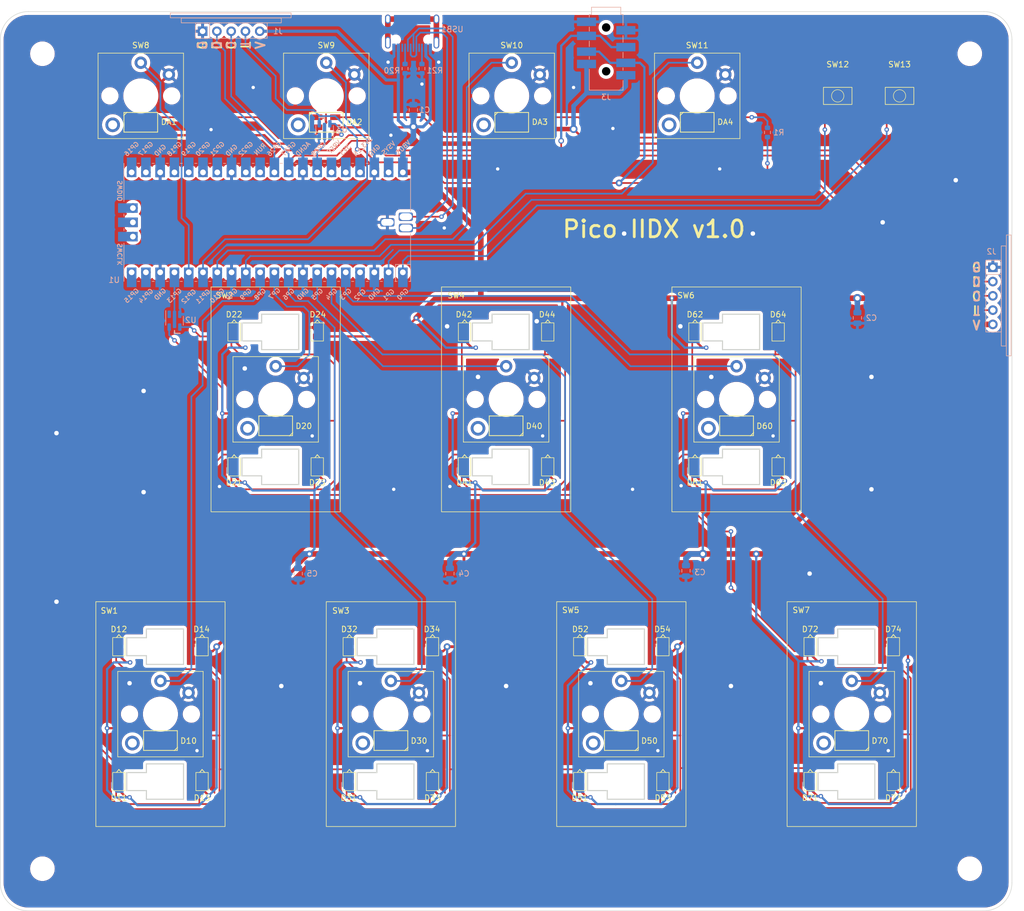
<source format=kicad_pcb>
(kicad_pcb (version 20211014) (generator pcbnew)
  (title_block (title "Pico Controller for IIDX"))
  (layers (0 "F.Cu" signal) (31 "B.Cu" signal) (34 "B.Paste" user) (35 "F.Paste" user) (36 "B.SilkS" user "B.Silkscreen") (37 "F.SilkS" user "F.Silkscreen") (38 "B.Mask" user) (39 "F.Mask" user) (44 "Edge.Cuts" user))
  (net 0 "")
  (net 1 "GND")
  (net 2 "+5V")
  (net 3 "/LED1")
  (net 4 "Net-(R20-Pad1)")
  (net 5 "Net-(R21-Pad1)")
  (net 9 "Net-(DA4-PadO)")
  (net 10 "/LED2")
  (net 14 "/LED4")
  (net 16 "Net-(U1-PadTP2)")
  (net 17 "Net-(U1-PadTP3)")
  (net 31 "Net-(U1-Pad34)")
  (net 32 "unconnected-(USB1-Pad13)")
  (net 40 "/SDA")
  (net 41 "/SCL")
  (net 42 "/TT_LED")
  (net 47 "/LED3")
  (net 51 "/LED6")
  (net 55 "/LED5")
  (net 59 "Net-(DA1-PadO)")
  (net 60 "Net-(DA2-PadO)")
  (net 61 "Net-(DA3-PadO)")
  (net 62 "Net-(U1-Pad17)")
  (net 63 "Net-(SW12-Pad1)")
  (net 64 "Net-(SW13-Pad1)")
  (net 65 "Net-(SW1-Pad1)")
  (net 66 "Net-(SW2-Pad1)")
  (net 67 "Net-(SW3-Pad1)")
  (net 68 "/LED7")
  (net 69 "Net-(SW4-Pad1)")
  (net 70 "Net-(SW5-Pad1)")
  (net 71 "Net-(SW6-Pad1)")
  (net 72 "Net-(SW7-Pad1)")
  (net 73 "Net-(SW8-Pad1)")
  (net 74 "Net-(SW9-Pad1)")
  (net 75 "Net-(SW10-Pad1)")
  (net 76 "Net-(SW11-Pad1)")
  (net 77 "/LED8")
  (footprint "iidx_pico:WS2812B-1615" (layer "F.Cu") (at 191.42 132.4 -90)
    (fp_text reference "D72")
    (fp_text value "WS2812B_Unified" hide)
  )
  (footprint "iidx_pico:WS2812B-1615" (layer "F.Cu") (at 124.22 156.4 -90)
    (fp_text reference "D33")
    (fp_text value "WS2812B_Unified" hide)
  )
  (footprint "iidx_pico:WS2812B-2835" (layer "F.Cu") (at 198.82 149.1)
    (fp_text reference "D70")
    (fp_text value "WS2812B_Unified" hide)
  )
  (footprint "iidx_pico:WS2812B-1615" (layer "F.Cu") (at 185.72 76.4 -90)
    (fp_text reference "D64")
    (fp_text value "WS2812B_Unified" hide)
  )
  (footprint "iidx_pico:WS2812B-1615" (layer "F.Cu") (at 191.42 156.4 -90)
    (fp_text reference "D71")
    (fp_text value "WS2812B_Unified" hide)
  )
  (footprint "iidx_pico:WS2812B-1615" (layer "F.Cu") (at 170.92 100.4 -90)
    (fp_text reference "D61")
    (fp_text value "WS2812B_Unified" hide)
  )
  (footprint "iidx_pico:WS2812B-2835" (layer "F.Cu") (at 96.32 93.1)
    (fp_text reference "D20")
    (fp_text value "WS2812B_Unified" hide)
  )
  (footprint "iidx_pico:SW_Kailh_Choc_V1V2_IIDX" (layer "F.Cu") (at 157.82 144.4)
    (fp_text reference "SW5")
    (fp_text value "SWITCH_SPST" hide)
    (fp_line (start 4.1 -15.15) (end 4.1 -8.85) (layer "Edge.Cuts") (width 0.2))
    (fp_line (start -2.5 -15.15) (end -2.5 -13.6) (layer "Edge.Cuts") (width 0.2))
    (fp_line (start -2.5 -15.15) (end 4.1 -15.15) (layer "Edge.Cuts") (width 0.2))
    (fp_line (start -2.5 -10.4) (end -2.5 -8.85) (layer "Edge.Cuts") (width 0.2))
    (fp_line (start -2.5 15.15) (end 4.1 15.15) (layer "Edge.Cuts") (width 0.2))
    (fp_line (start -2.5 -8.85) (end 4.1 -8.85) (layer "Edge.Cuts") (width 0.2))
    (fp_line (start -2.5 -13.6) (end -6 -13.6) (layer "Edge.Cuts") (width 0.2))
    (fp_line (start -2.5 13.6) (end -6 13.6) (layer "Edge.Cuts") (width 0.2))
    (fp_line (start -2.5 10.4) (end -6 10.4) (layer "Edge.Cuts") (width 0.2))
    (fp_line (start -6 10.4) (end -6 13.6) (layer "Edge.Cuts") (width 0.2))
    (fp_line (start -2.5 8.85) (end -2.5 10.4) (layer "Edge.Cuts") (width 0.2))
    (fp_line (start -2.5 -10.4) (end -6 -10.4) (layer "Edge.Cuts") (width 0.2))
    (fp_line (start -6 -13.6) (end -6 -10.4) (layer "Edge.Cuts") (width 0.2))
    (fp_line (start 4.1 8.85) (end 4.1 15.15) (layer "Edge.Cuts") (width 0.2))
    (fp_line (start -2.5 8.85) (end 4.1 8.85) (layer "Edge.Cuts") (width 0.2))
    (fp_line (start -2.5 13.6) (end -2.5 15.15) (layer "Edge.Cuts") (width 0.2))
  )
  (footprint "iidx_pico:WS2812B-1615" (layer "F.Cu") (at 68.42 156.4 -90)
    (fp_text reference "D11")
    (fp_text value "WS2812B_Unified" hide)
  )
  (footprint "iidx_pico:WS2812B-2835" (layer "F.Cu") (at 75.82 149.1)
    (fp_text reference "D10")
    (fp_text value "WS2812B_Unified" hide)
  )
  (footprint "iidx_pico:MountingHole_3.2mm_M3" (layer "F.Cu") (at 54.82 26.9)
    (fp_text reference "SCR1" hide)
    (fp_text value "ScrewHole" hide)
  )
  (footprint "iidx_pico:WS2812B-1615" (layer "F.Cu") (at 144.72 100.4 -90)
    (fp_text reference "D43")
    (fp_text value "WS2812B_Unified" hide)
  )
  (footprint "iidx_pico:WS2812B-1615" (layer "F.Cu") (at 68.42 132.4 -90)
    (fp_text reference "D12")
    (fp_text value "WS2812B_Unified" hide)
  )
  (footprint "iidx_pico:WS2812B-1615" (layer "F.Cu") (at 83.22 156.4 -90)
    (fp_text reference "D13")
    (fp_text value "WS2812B_Unified" hide)
  )
  (footprint "iidx_pico:WS2812B-1615" (layer "F.Cu") (at 165.22 132.4 -90)
    (fp_text reference "D54")
    (fp_text value "WS2812B_Unified" hide)
  )
  (footprint "iidx_pico:SW_Kailh_Choc_V1V2_1.00u_LED" (layer "F.Cu") (at 138.32 34.4)
    (fp_text reference "SW10")
    (fp_text value "SWITCH_SPST" hide)
  )
  (footprint "iidx_pico:SW_Kailh_Choc_V1V2_IIDX" (layer "F.Cu") (at 96.32 88.4)
    (fp_text reference "SW2")
    (fp_text value "SWITCH_SPST" hide)
    (fp_line (start -2.5 10.4) (end -6 10.4) (layer "Edge.Cuts") (width 0.2))
    (fp_line (start -2.5 -10.4) (end -6 -10.4) (layer "Edge.Cuts") (width 0.2))
    (fp_line (start -2.5 -13.6) (end -6 -13.6) (layer "Edge.Cuts") (width 0.2))
    (fp_line (start -2.5 -10.4) (end -2.5 -8.85) (layer "Edge.Cuts") (width 0.2))
    (fp_line (start -2.5 -15.15) (end -2.5 -13.6) (layer "Edge.Cuts") (width 0.2))
    (fp_line (start -2.5 -15.15) (end 4.1 -15.15) (layer "Edge.Cuts") (width 0.2))
    (fp_line (start 4.1 -15.15) (end 4.1 -8.85) (layer "Edge.Cuts") (width 0.2))
    (fp_line (start -2.5 8.85) (end 4.1 8.85) (layer "Edge.Cuts") (width 0.2))
    (fp_line (start -6 -13.6) (end -6 -10.4) (layer "Edge.Cuts") (width 0.2))
    (fp_line (start -6 10.4) (end -6 13.6) (layer "Edge.Cuts") (width 0.2))
    (fp_line (start -2.5 13.6) (end -6 13.6) (layer "Edge.Cuts") (width 0.2))
    (fp_line (start -2.5 15.15) (end 4.1 15.15) (layer "Edge.Cuts") (width 0.2))
    (fp_line (start -2.5 13.6) (end -2.5 15.15) (layer "Edge.Cuts") (width 0.2))
    (fp_line (start -2.5 -8.85) (end 4.1 -8.85) (layer "Edge.Cuts") (width 0.2))
    (fp_line (start -2.5 8.85) (end -2.5 10.4) (layer "Edge.Cuts") (width 0.2))
    (fp_line (start 4.1 8.85) (end 4.1 15.15) (layer "Edge.Cuts") (width 0.2))
  )
  (footprint "iidx_pico:SW_Kailh_Choc_V1V2_IIDX" (layer "F.Cu") (at 116.82 144.4)
    (fp_text reference "SW3")
    (fp_text value "SWITCH_SPST" hide)
    (fp_line (start -2.5 8.85) (end -2.5 10.4) (layer "Edge.Cuts") (width 0.2))
    (fp_line (start 4.1 -15.15) (end 4.1 -8.85) (layer "Edge.Cuts") (width 0.2))
    (fp_line (start -2.5 8.85) (end 4.1 8.85) (layer "Edge.Cuts") (width 0.2))
    (fp_line (start -2.5 -10.4) (end -6 -10.4) (layer "Edge.Cuts") (width 0.2))
    (fp_line (start 4.1 8.85) (end 4.1 15.15) (layer "Edge.Cuts") (width 0.2))
    (fp_line (start -2.5 -10.4) (end -2.5 -8.85) (layer "Edge.Cuts") (width 0.2))
    (fp_line (start -2.5 -15.15) (end 4.1 -15.15) (layer "Edge.Cuts") (width 0.2))
    (fp_line (start -2.5 -13.6) (end -6 -13.6) (layer "Edge.Cuts") (width 0.2))
    (fp_line (start -2.5 13.6) (end -6 13.6) (layer "Edge.Cuts") (width 0.2))
    (fp_line (start -2.5 15.15) (end 4.1 15.15) (layer "Edge.Cuts") (width 0.2))
    (fp_line (start -2.5 13.6) (end -2.5 15.15) (layer "Edge.Cuts") (width 0.2))
    (fp_line (start -2.5 -15.15) (end -2.5 -13.6) (layer "Edge.Cuts") (width 0.2))
    (fp_line (start -6 -13.6) (end -6 -10.4) (layer "Edge.Cuts") (width 0.2))
    (fp_line (start -6 10.4) (end -6 13.6) (layer "Edge.Cuts") (width 0.2))
    (fp_line (start -2.5 10.4) (end -6 10.4) (layer "Edge.Cuts") (width 0.2))
    (fp_line (start -2.5 -8.85) (end 4.1 -8.85) (layer "Edge.Cuts") (width 0.2))
  )
  (footprint "iidx_pico:WS2812B-2835" (layer "F.Cu") (at 178.32 93.1)
    (fp_text reference "D60")
    (fp_text value "WS2812B_Unified" hide)
  )
  (footprint "iidx_pico:SW_Kailh_Choc_V1V2_1.00u_LED" (layer "F.Cu") (at 105.32 34.4)
    (fp_text reference "SW9")
    (fp_text value "SWITCH_SPST" hide)
  )
  (footprint "iidx_pico:SW_Kailh_Choc_V1V2_1.00u_LED" (layer "F.Cu") (at 72.32 34.4)
    (fp_text reference "SW8")
    (fp_text value "SWITCH_SPST" hide)
  )
  (footprint "iidx_pico:WS2812B-1615" (layer "F.Cu") (at 103.72 76.4 -90)
    (fp_text reference "D24")
    (fp_text value "WS2812B_Unified" hide)
  )
  (footprint "iidx_pico:EVQP1K05M" (layer "F.Cu") (at 207.32 34.4 90)
    (fp_text reference "SW13")
    (fp_text value "Tact_4pin")
  )
  (footprint "iidx_pico:MountingHole_3.2mm_M3" (layer "F.Cu") (at 219.82 26.9)
    (fp_text reference "SCR2" hide)
    (fp_text value "ScrewHole" hide)
  )
  (footprint "iidx_pico:WS2812B-1615" (layer "F.Cu") (at 170.92 76.4 -90)
    (fp_text reference "D62")
    (fp_text value "WS2812B_Unified" hide)
  )
  (footprint "iidx_pico:WS2812B-1615" (layer "F.Cu") (at 88.92 76.4 -90)
    (fp_text reference "D22")
    (fp_text value "WS2812B_Unified" hide)
  )
  (footprint "iidx_pico:WS2812B-1615" (layer "F.Cu") (at 185.72 100.4 -90)
    (fp_text reference "D63")
    (fp_text value "WS2812B_Unified" hide)
  )
  (footprint "iidx_pico:WS2812B-2835" (layer "F.Cu") (at 157.82 149.1)
    (fp_text reference "D50")
    (fp_text value "WS2812B_Unified" hide)
  )
  (footprint "iidx_pico:EVQP1K05M" (layer "F.Cu") (at 196.32 34.4 90)
    (fp_text reference "SW12")
    (fp_text value "Tact_4pin")
  )
  (footprint "iidx_pico:WS2812B-2835" (layer "F.Cu") (at 138.32 39.1 180)
    (fp_text reference "DA3")
    (fp_text value "WS2812B_Unified" hide)
  )
  (footprint "iidx_pico:WS2812B-1615" (layer "F.Cu") (at 206.22 132.4 -90)
    (fp_text reference "D74")
    (fp_text value "WS2812B_Unified" hide)
  )
  (footprint "iidx_pico:WS2812B-2835" (layer "F.Cu") (at 171.32 39.1 180)
    (fp_text reference "DA4")
    (fp_text value "WS2812B_Unified" hide)
  )
  (footprint "iidx_pico:WS2812B-1615" (layer "F.Cu") (at 129.92 100.4 -90)
    (fp_text reference "D41")
    (fp_text value "WS2812B_Unified" hide)
  )
  (footprint "iidx_pico:WS2812B-2835" (layer "F.Cu") (at 105.32 39.1 180)
    (fp_text reference "DA2")
    (fp_text value "WS2812B_Unified" hide)
  )
  (footprint "iidx_pico:WS2812B-1615" (layer "F.Cu") (at 88.92 100.4 -90)
    (fp_text reference "D21")
    (fp_text value "WS2812B_Unified" hide)
  )
  (footprint "iidx_pico:WS2812B-1615" (layer "F.Cu") (at 165.22 156.4 -90)
    (fp_text reference "D53")
    (fp_text value "WS2812B_Unified" hide)
  )
  (footprint "iidx_pico:WS2812B-2835" (layer "F.Cu") (at 72.32 39.1 180)
    (fp_text reference "DA1")
    (fp_text value "WS2812B_Unified" hide)
  )
  (footprint "iidx_pico:WS2812B-1615" (layer "F.Cu") (at 144.72 76.4 -90)
    (fp_text reference "D44")
    (fp_text value "WS2812B_Unified" hide)
  )
  (footprint "iidx_pico:WS2812B-1615" (layer "F.Cu") (at 103.72 100.4 -90)
    (fp_text reference "D23")
    (fp_text value "WS2812B_Unified" hide)
  )
  (footprint "iidx_pico:WS2812B-1615" (layer "F.Cu") (at 150.42 156.4 -90)
    (fp_text reference "D51")
    (fp_text value "WS2812B_Unified" hide)
  )
  (footprint "iidx_pico:SW_Kailh_Choc_V1V2_IIDX" (layer "F.Cu") (at 178.32 88.4)
    (fp_text reference "SW6")
    (fp_text value "SWITCH_SPST" hide)
    (fp_line (start -2.5 13.6) (end -2.5 15.15) (layer "Edge.Cuts") (width 0.2))
    (fp_line (start -2.5 15.15) (end 4.1 15.15) (layer "Edge.Cuts") (width 0.2))
    (fp_line (start -2.5 -15.15) (end -2.5 -13.6) (layer "Edge.Cuts") (width 0.2))
    (fp_line (start -2.5 10.4) (end -6 10.4) (layer "Edge.Cuts") (width 0.2))
    (fp_line (start -2.5 13.6) (end -6 13.6) (layer "Edge.Cuts") (width 0.2))
    (fp_line (start -2.5 8.85) (end 4.1 8.85) (layer "Edge.Cuts") (width 0.2))
    (fp_line (start -6 -13.6) (end -6 -10.4) (layer "Edge.Cuts") (width 0.2))
    (fp_line (start -2.5 -15.15) (end 4.1 -15.15) (layer "Edge.Cuts") (width 0.2))
    (fp_line (start -2.5 -13.6) (end -6 -13.6) (layer "Edge.Cuts") (width 0.2))
    (fp_line (start -2.5 8.85) (end -2.5 10.4) (layer "Edge.Cuts") (width 0.2))
    (fp_line (start -2.5 -10.4) (end -6 -10.4) (layer "Edge.Cuts") (width 0.2))
    (fp_line (start 4.1 -15.15) (end 4.1 -8.85) (layer "Edge.Cuts") (width 0.2))
    (fp_line (start -2.5 -10.4) (end -2.5 -8.85) (layer "Edge.Cuts") (width 0.2))
    (fp_line (start -6 10.4) (end -6 13.6) (layer "Edge.Cuts") (width 0.2))
    (fp_line (start 4.1 8.85) (end 4.1 15.15) (layer "Edge.Cuts") (width 0.2))
    (fp_line (start -2.5 -8.85) (end 4.1 -8.85) (layer "Edge.Cuts") (width 0.2))
  )
  (footprint "iidx_pico:SW_Kailh_Choc_V1V2_1.00u_LED" (layer "F.Cu") (at 171.32 34.4)
    (fp_text reference "SW11")
    (fp_text value "SWITCH_SPST" hide)
  )
  (footprint "iidx_pico:WS2812B-2835" (layer "F.Cu") (at 137.32 93.1)
    (fp_text reference "D40")
    (fp_text value "WS2812B_Unified" hide)
  )
  (footprint "iidx_pico:SW_Kailh_Choc_V1V2_IIDX" (layer "F.Cu") (at 198.82 144.4)
    (fp_text reference "SW7")
    (fp_text value "SWITCH_SPST" hide)
    (fp_line (start -2.5 15.15) (end 4.1 15.15) (layer "Edge.Cuts") (width 0.2))
    (fp_line (start 4.1 -15.15) (end 4.1 -8.85) (layer "Edge.Cuts") (width 0.2))
    (fp_line (start 4.1 8.85) (end 4.1 15.15) (layer "Edge.Cuts") (width 0.2))
    (fp_line (start -2.5 8.85) (end 4.1 8.85) (layer "Edge.Cuts") (width 0.2))
    (fp_line (start -2.5 -10.4) (end -6 -10.4) (layer "Edge.Cuts") (width 0.2))
    (fp_line (start -2.5 13.6) (end -2.5 15.15) (layer "Edge.Cuts") (width 0.2))
    (fp_line (start -6 -13.6) (end -6 -10.4) (layer "Edge.Cuts") (width 0.2))
    (fp_line (start -2.5 -10.4) (end -2.5 -8.85) (layer "Edge.Cuts") (width 0.2))
    (fp_line (start -6 10.4) (end -6 13.6) (layer "Edge.Cuts") (width 0.2))
    (fp_line (start -2.5 -13.6) (end -6 -13.6) (layer "Edge.Cuts") (width 0.2))
    (fp_line (start -2.5 -15.15) (end 4.1 -15.15) (layer "Edge.Cuts") (width 0.2))
    (fp_line (start -2.5 -15.15) (end -2.5 -13.6) (layer "Edge.Cuts") (width 0.2))
    (fp_line (start -2.5 8.85) (end -2.5 10.4) (layer "Edge.Cuts") (width 0.2))
    (fp_line (start -2.5 13.6) (end -6 13.6) (layer "Edge.Cuts") (width 0.2))
    (fp_line (start -2.5 10.4) (end -6 10.4) (layer "Edge.Cuts") (width 0.2))
    (fp_line (start -2.5 -8.85) (end 4.1 -8.85) (layer "Edge.Cuts") (width 0.2))
  )
  (footprint "iidx_pico:WS2812B-1615" (layer "F.Cu") (at 129.92 76.4 -90)
    (fp_text reference "D42")
    (fp_text value "WS2812B_Unified" hide)
  )
  (footprint "iidx_pico:SW_Kailh_Choc_V1V2_IIDX" (layer "F.Cu") (at 137.32 88.4)
    (fp_text reference "SW4")
    (fp_text value "SWITCH_SPST" hide)
    (fp_line (start -2.5 13.6) (end -2.5 15.15) (layer "Edge.Cuts") (width 0.2))
    (fp_line (start -2.5 -15.15) (end -2.5 -13.6) (layer "Edge.Cuts") (width 0.2))
    (fp_line (start -2.5 13.6) (end -6 13.6) (layer "Edge.Cuts") (width 0.2))
    (fp_line (start 4.1 8.85) (end 4.1 15.15) (layer "Edge.Cuts") (width 0.2))
    (fp_line (start -6 -13.6) (end -6 -10.4) (layer "Edge.Cuts") (width 0.2))
    (fp_line (start -6 10.4) (end -6 13.6) (layer "Edge.Cuts") (width 0.2))
    (fp_line (start -2.5 -13.6) (end -6 -13.6) (layer "Edge.Cuts") (width 0.2))
    (fp_line (start -2.5 -10.4) (end -2.5 -8.85) (layer "Edge.Cuts") (width 0.2))
    (fp_line (start -2.5 8.85) (end -2.5 10.4) (layer "Edge.Cuts") (width 0.2))
    (fp_line (start -2.5 15.15) (end 4.1 15.15) (layer "Edge.Cuts") (width 0.2))
    (fp_line (start -2.5 -10.4) (end -6 -10.4) (layer "Edge.Cuts") (width 0.2))
    (fp_line (start 4.1 -15.15) (end 4.1 -8.85) (layer "Edge.Cuts") (width 0.2))
    (fp_line (start -2.5 8.85) (end 4.1 8.85) (layer "Edge.Cuts") (width 0.2))
    (fp_line (start -2.5 10.4) (end -6 10.4) (layer "Edge.Cuts") (width 0.2))
    (fp_line (start -2.5 -8.85) (end 4.1 -8.85) (layer "Edge.Cuts") (width 0.2))
    (fp_line (start -2.5 -15.15) (end 4.1 -15.15) (layer "Edge.Cuts") (width 0.2))
  )
  (footprint "iidx_pico:WS2812B-1615" (layer "F.Cu") (at 109.42 132.4 -90)
    (fp_text reference "D32")
    (fp_text value "WS2812B_Unified" hide)
  )
  (footprint "iidx_pico:WS2812B-1615" (layer "F.Cu") (at 109.42 156.4 -90)
    (fp_text reference "D31")
    (fp_text value "WS2812B_Unified" hide)
  )
  (footprint "iidx_pico:MountingHole_3.2mm_M3" (layer "F.Cu") (at 219.82 171.9)
    (fp_text reference "SCR4" hide)
    (fp_text value "ScrewHole" hide)
  )
  (footprint "iidx_pico:MountingHole_3.2mm_M3" (layer "F.Cu") (at 54.82 171.9)
    (fp_text reference "SCR3" hide)
    (fp_text value "ScrewHole" hide)
  )
  (footprint "iidx_pico:WS2812B-2835" (layer "F.Cu") (at 116.82 149.1)
    (fp_text reference "D30")
    (fp_text value "WS2812B_Unified" hide)
  )
  (footprint "iidx_pico:SW_Kailh_Choc_V1V2_IIDX" (layer "F.Cu") (at 75.82 144.4)
    (fp_text reference "SW1")
    (fp_text value "SWITCH_SPST" hide)
    (fp_line (start -2.5 13.6) (end -2.5 15.15) (layer "Edge.Cuts") (width 0.2))
    (fp_line (start -2.5 -15.15) (end -2.5 -13.6) (layer "Edge.Cuts") (width 0.2))
    (fp_line (start -6 10.4) (end -6 13.6) (layer "Edge.Cuts") (width 0.2))
    (fp_line (start -2.5 8.85) (end 4.1 8.85) (layer "Edge.Cuts") (width 0.2))
    (fp_line (start -2.5 -15.15) (end 4.1 -15.15) (layer "Edge.Cuts") (width 0.2))
    (fp_line (start -2.5 15.15) (end 4.1 15.15) (layer "Edge.Cuts") (width 0.2))
    (fp_line (start -2.5 -10.4) (end -6 -10.4) (layer "Edge.Cuts") (width 0.2))
    (fp_line (start -6 -13.6) (end -6 -10.4) (layer "Edge.Cuts") (width 0.2))
    (fp_line (start -2.5 8.85) (end -2.5 10.4) (layer "Edge.Cuts") (width 0.2))
    (fp_line (start -2.5 13.6) (end -6 13.6) (layer "Edge.Cuts") (width 0.2))
    (fp_line (start -2.5 10.4) (end -6 10.4) (layer "Edge.Cuts") (width 0.2))
    (fp_line (start -2.5 -10.4) (end -2.5 -8.85) (layer "Edge.Cuts") (width 0.2))
    (fp_line (start -2.5 -8.85) (end 4.1 -8.85) (layer "Edge.Cuts") (width 0.2))
    (fp_line (start 4.1 8.85) (end 4.1 15.15) (layer "Edge.Cuts") (width 0.2))
    (fp_line (start -2.5 -13.6) (end -6 -13.6) (layer "Edge.Cuts") (width 0.2))
    (fp_line (start 4.1 -15.15) (end 4.1 -8.85) (layer "Edge.Cuts") (width 0.2))
  )
  (footprint "iidx_pico:WS2812B-1615" (layer "F.Cu") (at 124.22 132.4 -90)
    (fp_text reference "D34")
    (fp_text value "WS2812B_Unified" hide)
  )
  (footprint "iidx_pico:WS2812B-1615" (layer "F.Cu") (at 83.22 132.4 -90)
    (fp_text reference "D14")
    (fp_text value "WS2812B_Unified" hide)
  )
  (footprint "iidx_pico:WS2812B-1615" (layer "F.Cu") (at 150.42 132.4 -90)
    (fp_text reference "D52")
    (fp_text value "WS2812B_Unified" hide)
  )
  (footprint "iidx_pico:WS2812B-1615" (layer "F.Cu") (at 206.22 156.4 -90)
    (fp_text reference "D73")
    (fp_text value "WS2812B_Unified" hide)
  )
  (footprint "iidx_pico:SOT-23-5_Jumper" (layer "B.Cu") (at 78.32 74.4 -90)
    (fp_text reference "U2")
    (fp_text value "SN74LV1T34DBV")
  )
  (footprint "Capacitor_SMD:C_0805_2012Metric" (layer "B.Cu") (at 169.32 118.9 -90)
    (fp_text reference "C3")
    (fp_text value "1uF" hide)
  )
  (footprint "MCU_RaspberryPi_and_Boards:RPi_Pico_SMD" (layer "B.Cu") (at 94.82 56.9 90)
    (fp_text reference "U1")
    (fp_text value "Pico")
  )
  (footprint "Capacitor_SMD:C_0805_2012Metric" (layer "B.Cu") (at 199.82 73.9 -90)
    (fp_text reference "C2")
    (fp_text value "1uF" hide)
  )
  (footprint "Capacitor_SMD:C_0805_2012Metric" (layer "B.Cu") (at 100.32 119.4 -90)
    (fp_text reference "C5")
    (fp_text value "1uF" hide)
  )
  (footprint "iidx_pico:Pogo_5P_Female" (layer "B.Cu") (at 83.32 22.9 -90)
    (fp_text reference "J1")
    (fp_text value "CONN_01x05" hide)
  )
  (footprint "Resistor_SMD:R_0603_1608Metric" (layer "B.Cu") (at 119.34381 29.55 -90)
    (fp_text reference "R20")
    (fp_text value "5K1" hide)
  )
  (footprint "Capacitor_SMD:C_0805_2012Metric" (layer "B.Cu") (at 127.32 119.4 -90)
    (fp_text reference "C4")
    (fp_text value "1uF" hide)
  )
  (footprint "Resistor_SMD:R_0603_1608Metric" (layer "B.Cu") (at 122.34381 29.55 -90)
    (fp_text reference "R21")
    (fp_text value "5K1" hide)
  )
  (footprint "iidx_pico:PJ393-8P" (layer "B.Cu") (at 155.12 27.125 180)
    (fp_text reference "J3")
    (fp_text value "PJ393-8P" hide)
  )
  (footprint "iidx_pico:SOT-23-5_Jumper" (layer "B.Cu") (at 105.02 40.5 90)
    (fp_text reference "U3")
    (fp_text value "SN74LV1T34DBV")
  )
  (footprint "Resistor_SMD:R_0603_1608Metric" (layer "B.Cu") (at 183.82 40.9 -90)
    (fp_text reference "R1")
    (fp_text value "10" hide)
  )
  (footprint "iidx_pico:Pogo_5P_Female" (layer "B.Cu") (at 223.92 64.9 180)
    (fp_text reference "J2")
    (fp_text value "CONN_01x05" hide)
  )
  (footprint "Type-C:HRO-TYPE-C-31-M-12-Assembly" (layer "B.Cu") (at 120.59381 18.1375)
    (fp_text reference "USB1")
    (fp_text value "U262-161N-4BVC11" hide)
  )
  (footprint "Capacitor_SMD:C_0805_2012Metric" (layer "B.Cu") (at 120.82 36.9 90)
    (fp_text reference "C1")
    (fp_text value "1uF" hide)
  )
  (gr_line (start 227.32 24.4) (end 227.32 174.4) (layer "Edge.Cuts") (width 0.1))
  (gr_arc (start 222.32 19.4) (mid 225.855534 20.864466) (end 227.32 24.4) (layer "Edge.Cuts") (width 0.1))
  (gr_line (start 47.32 174.4) (end 47.32 24.4) (layer "Edge.Cuts") (width 0.1))
  (gr_line (start 52.32 19.4) (end 222.32 19.4) (layer "Edge.Cuts") (width 0.1))
  (gr_line (start 52.32 179.4) (end 222.32 179.4) (layer "Edge.Cuts") (width 0.1))
  (gr_arc (start 227.32 174.4) (mid 225.855534 177.935534) (end 222.32 179.4) (layer "Edge.Cuts") (width 0.1))
  (gr_arc (start 47.32 24.4) (mid 48.784466 20.864466) (end 52.32 19.4) (layer "Edge.Cuts") (width 0.1))
  (gr_arc (start 52.32 179.4) (mid 48.784466 177.935534) (end 47.32 174.4) (layer "Edge.Cuts") (width 0.1))
  (gr_text "G\nD\nC\nL\nV" (at 88.444079 25.399999 90) (layer "B.SilkS") (effects (font (size 1.6 1.5) (thickness 0.3)) (justify mirror)))
  (gr_text "G\nD\nC\nL\nV" (at 221.043946 70.121602) (layer "B.SilkS") (effects (font (size 1.6 1.5) (thickness 0.3)) (justify mirror)))
  (gr_text "G\nD\nC\nL\nV" (at 88.458807 25.373368 90) (layer "F.SilkS") (effects (font (size 1.6 1.5) (thickness 0.3))))
  (gr_text "G\nD\nC\nL\nV" (at 220.992803 70.088944) (layer "F.SilkS") (effects (font (size 1.6 1.5) (thickness 0.3))))
  (gr_text "Pico IIDX v1.0" (at 163.62 58.1) (layer "F.SilkS") (effects (font (size 3 3) (thickness 0.5))))
  (via (at 173.82 84.4) (size 1.5) (drill 0.8) (layers "F.Cu" "B.Cu") (net 1))
  (via (at 156.32 40.2) (size 1.2) (drill 0.6) (layers "F.Cu" "B.Cu") (net 1))
  (via (at 158.32 58.9) (size 1.5) (drill 0.8) (layers "F.Cu" "B.Cu") (net 1))
  (via (at 72.82 86.9) (size 1.5) (drill 0.8) (layers "F.Cu" "B.Cu") (net 1))
  (via (at 82.32 150.9) (size 1.2) (drill 0.6) (layers "F.Cu" "B.Cu") (net 1))
  (via (at 90.82 82.9) (size 1.5) (drill 0.8) (layers "F.Cu" "B.Cu") (net 1))
  (via (at 97.32 139.4) (size 1.5) (drill 0.8) (layers "F.Cu" "B.Cu") (net 1))
  (via (at 84.82 40.4) (size 1.2) (drill 0.6) (layers "F.Cu" "B.Cu") (net 1))
  (via (at 116.32 28.4) (size 1) (drill 0.6) (layers "F.Cu" "B.Cu") (net 1))
  (via (at 57.32 94.4) (size 1.5) (drill 0.8) (layers "F.Cu" "B.Cu") (net 1))
  (via (at 135.82 47.4) (size 1.2) (drill 0.6) (layers "F.Cu" "B.Cu") (net 1))
  (via (at 132.32 84.4) (size 1.5) (drill 0.8) (layers "F.Cu" "B.Cu") (net 1))
  (via (at 205.32 150.9) (size 1.2) (drill 0.6) (layers "F.Cu" "B.Cu") (net 1))
  (via (at 149.32 32.9) (size 1.2) (drill 0.6) (layers "F.Cu" "B.Cu") (net 1))
  (via (at 193.32 138.9) (size 1.5) (drill 0.8) (layers "F.Cu" "B.Cu") (net 1))
  (via (at 57.32 124.4) (size 1.5) (drill 0.8) (layers "F.Cu" "B.Cu") (net 1))
  (via (at 217.32 49.4) (size 1.5) (drill 0.8) (layers "F.Cu" "B.Cu") (net 1))
  (via (at 86.32 103.9) (size 1.2) (drill 0.6) (layers "F.Cu" "B.Cu") (net 1))
  (via (at 191.32 119.4) (size 1.5) (drill 0.8) (layers "F.Cu" "B.Cu") (net 1))
  (via (at 164.32 150.9) (size 1.2) (drill 0.6) (layers "F.Cu" "B.Cu") (net 1))
  (via (at 126.82 75.4) (size 1.5) (drill 0.8) (layers "F.Cu" "B.Cu") (net 1))
  (via (at 168.456043 103.763957) (size 1.2) (drill 0.6) (layers "F.Cu" "B.Cu") (net 1))
  (via (at 175.32 47.4) (size 1.2) (drill 0.6) (layers "F.Cu" "B.Cu") (net 1))
  (via (at 117.32 104.4) (size 1.2) (drill 0.6) (layers "F.Cu" "B.Cu") (net 1))
  (via (at 116.82 41.4) (size 1.2) (drill 0.6) (layers "F.Cu" "B.Cu") (net 1))
  (via (at 142.766742 74.491196) (size 1.5) (drill 0.8) (layers "F.Cu" "B.Cu") (net 1))
  (via (at 143.82 94.9) (size 1.2) (drill 0.6) (layers "F.Cu" "B.Cu") (net 1))
  (via (at 168.32 75.4) (size 1.5) (drill 0.8) (layers "F.Cu" "B.Cu") (net 1))
  (via locked (at 122.34381 32.3) (size 1) (drill 0.6) (layers "F.Cu" "B.Cu") (net 1))
  (via (at 204.32 56.9) (size 1.5) (drill 0.8) (layers "F.Cu" "B.Cu") (net 1))
  (via (at 70.32 138.9) (size 1.5) (drill 0.8) (layers "F.Cu" "B.Cu") (net 1))
  (via (at 177.32 139.4) (size 1.5) (drill 0.8) (layers "F.Cu" "B.Cu") (net 1))
  (via (at 202.32 104.4) (size 1.5) (drill 0.8) (layers "F.Cu" "B.Cu") (net 1))
  (via (at 111.32 138.9) (size 1.5) (drill 0.8) (layers "F.Cu" "B.Cu") (net 1))
  (via (at 152.32 138.9) (size 1.5) (drill 0.8) (layers "F.Cu" "B.Cu") (net 1))
  (via (at 92.32 32.9) (size 1.2) (drill 0.6) (layers "F.Cu" "B.Cu") (net 1))
  (via (at 159.82 104.4) (size 1.2) (drill 0.6) (layers "F.Cu" "B.Cu") (net 1))
  (via (at 137.32 139.4) (size 1.5) (drill 0.8) (layers "F.Cu" "B.Cu") (net 1))
  (via (at 202.32 84.4) (size 1.5) (drill 0.8) (layers "F.Cu" "B.Cu") (net 1))
  (via (at 102.82 94.9) (size 1.2) (drill 0.6) (layers "F.Cu" "B.Cu") (net 1))
  (via (at 72.82 104.9) (size 1.5) (drill 0.8) (layers "F.Cu" "B.Cu") (net 1))
  (via (at 127.32 103.9) (size 1.2) (drill 0.6) (layers "F.Cu" "B.Cu") (net 1))
  (via (at 125.32 28.4) (size 1) (drill 0.6) (layers "F.Cu" "B.Cu") (net 1))
  (via (at 181.22 58.9) (size 1.5) (drill 0.8) (layers "F.Cu" "B.Cu") (net 1))
  (via (at 123.32 150.9) (size 1.2) (drill 0.6) (layers "F.Cu" "B.Cu") (net 1))
  (via (at 126.32 57.9) (size 1.2) (drill 0.6) (layers "F.Cu" "B.Cu") (net 1))
  (via (at 184.82 94.9) (size 1.2) (drill 0.6) (layers "F.Cu" "B.Cu") (net 1))
  (segment (start 123.81881 26.89881) (end 123.81881 25.8325) (width 0.5) (layer "B.Cu") (net 1))
  (segment (start 117.36881 25.8325) (end 117.36881 27.35119) (width 0.5) (layer "B.Cu") (net 1))
  (segment (start 117.36881 27.35119) (end 116.32 28.4) (width 0.5) (layer "B.Cu") (net 1))
  (segment (start 123.81881 26.89881) (end 125.32 28.4) (width 0.5) (layer "B.Cu") (net 1))
  (segment (start 104.2 101.2) (end 104.2 102.18) (width 0.4) (layer "F.Cu") (net 2))
  (segment (start 135.72 92.2) (end 134.12 92.2) (width 0.4) (layer "F.Cu") (net 2))
  (segment (start 150.9 158.38) (end 151.72 159.2) (width 0.4) (layer "F.Cu") (net 2))
  (segment (start 167.82 132.4) (end 172.32 127.9) (width 0.5) (layer "F.Cu") (net 2))
  (segment (start 167.02 133.2) (end 167.82 132.4) (width 0.4) (layer "F.Cu") (net 2))
  (segment (start 109.9 157.2) (end 109.9 158.38) (width 0.4) (layer "F.Cu") (net 2))
  (segment (start 121.93 48.01) (end 132.82 58.9) (width 1) (layer "F.Cu") (net 2))
  (segment (start 89.4 77.2) (end 89.4 78.38) (width 0.4) (layer "F.Cu") (net 2))
  (segment (start 205.82 70.4) (end 210.48 75.06) (width 1) (layer "F.Cu") (net 2))
  (segment (start 106.92 41.3) (end 105.32 42.9) (width 0.4) (layer "F.Cu") (net 2))
  (segment (start 102.32 115.9) (end 85.82 132.4) (width 0.6) (layer "F.Cu") (net 2))
  (segment (start 132.82 58.9) (end 132.82 70.4) (width 1) (layer "F.Cu") (net 2))
  (segment (start 69.72 159.2) (end 70.32 159.2) (width 0.4) (layer "F.Cu") (net 2))
  (segment (start 188.32 70.4) (end 190.82 70.4) (width 1) (layer "F.Cu") (net 2))
  (segment (start 129.82 131.4) (end 129.82 115.9) (width 0.5) (layer "F.Cu") (net 2))
  (segment (start 171.4 101.2) (end 171.4 102.38) (width 0.4) (layer "F.Cu") (net 2))
  (segment (start 126.82 132.4) (end 128.82 132.4) (width 0.5) (layer "F.Cu") (net 2))
  (segment (start 86.82 86.4) (end 86.82 90.9) (width 0.3) (layer "F.Cu") (net 2))
  (segment (start 191.9 158.18) (end 192.72 159) (width 0.4) (layer "F.Cu") (net 2))
  (segment (start 172.92 41.8) (end 172.92 40) (width 0.4) (layer "F.Cu") (net 2))
  (segment (start 208.12 133.2) (end 208.82 133.9) (width 0.4) (layer "F.Cu") (net 2))
  (segment (start 206.7 133.2) (end 208.12 133.2) (width 0.4) (layer "F.Cu") (net 2))
  (segment (start 149.32 40.3) (end 144.02 40.3) (width 0.8) (layer "F.Cu") (net 2))
  (segment (start 89.4 102.38) (end 90.22 103.2) (width 0.4) (layer "F.Cu") (net 2))
  (segment (start 85.82 132.5) (end 85.12 133.2) (width 0.4) (layer "F.Cu") (net 2))
  (segment (start 146.52 77.2) (end 147.32 76.4) (width 0.4) (layer "F.Cu") (net 2))
  (segment (start 191.9 134.18) (end 192.72 135) (width 0.4) (layer "F.Cu") (net 2))
  (segment (start 151.72 159.2) (end 152.32 159.2) (width 0.4) (layer "F.Cu") (net 2))
  (segment (start 195.62 148.2) (end 194.32 146.9) (width 0.4) (layer "F.Cu") (net 2))
  (segment (start 85.12 133.2) (end 83.7 133.2) (width 0.4) (layer "F.Cu") (net 2))
  (segment (start 190.82 108.4) (end 183.32 115.9) (width 1) (layer "F.Cu") (net 2))
  (segment (start 77.62 41.4) (end 76.22 40) (width 0.4) (layer "F.Cu") (net 2))
  (segment (start 132.82 70.4) (end 147.32 70.4) (width 1) (layer "F.Cu") (net 2))
  (segment (start 83.7 157.2) (end 83.7 158.18) (width 0.4) (layer "F.Cu") (net 2))
  (segment (start 145.2 102.18) (end 145.92 102.9) (width 0.4) (layer "F.Cu") (net 2))
  (segment (start 171.4 77.2) (end 171.4 78.38) (width 0.4) (layer "F.Cu") (net 2))
  (segment (start 151.72 135.2) (end 152.42 135.2) (width 0.4) (layer "F.Cu") (net 2))
  (segment (start 186.2 77.2) (end 190.82 77.2) (width 0.4) (layer "F.Cu") (net 2))
  (segment (start 172.32 127.9) (end 172.32 115.9) (width 0.5) (layer "F.Cu") (net 2))
  (segment (start 186.2 102.18) (end 186.92 102.9) (width 0.4) (layer "F.Cu") (net 2))
  (segment (start 150.9 133.2) (end 150.9 134.38) (width 0.4) (layer "F.Cu") (net 2))
  (segment (start 118.02 77.2) (end 104.2 77.2) (width 0.4) (layer "F.Cu") (net 2))
  (segment (start 145.2 101.2) (end 145.2 102.18) (width 0.4) (layer "F.Cu") (net 2))
  (segment (start 109.9 134.38) (end 110.72 135.2) (width 0.4) (layer "F.Cu") (net 2))
  (segment (start 197.22 148.2) (end 195.62 148.2) (width 0.4) (layer "F.Cu") (net 2))
  (segment (start 95.82 42.9) (end 94.32 41.4) (width 0.4) (layer "F.Cu") (net 2))
  (segment (start 171.4 78.38) (end 172.22 79.2) (width 0.4) (layer "F.Cu") (net 2))
  (segment (start 183.32 115.9) (end 172.32 115.9) (width 1) (layer "F.Cu") (net 2))
  (segment (start 165.7 158.18) (end 166.42 158.9) (width 0.4) (layer "F.Cu") (net 2))
  (segment (start 128.82 132.4) (end 129.82 131.4) (width 0.5) (layer "F.Cu") (net 2))
  (segment (start 145.2 77.2) (end 146.52 77.2) (width 0.4) (layer "F.Cu") (net 2))
  (segment (start 120.82 39.9) (end 120.72 40) (width 0.3) (layer "F.Cu") (net 2))
  (segment (start 172.22 79.2) (end 172.92 79.2) (width 0.4) (layer "F.Cu") (net 2))
  (segment (start 93.12 92.2) (end 91.82 90.9) (width 0.4) (layer "F.Cu") (net 2))
  (segment (start 76.22 40) (end 73.92 40) (width 0.4) (layer "F.Cu") (net 2))
  (segment (start 130.4 102.38) (end 131.22 103.2) (width 0.4) (layer "F.Cu") (net 2))
  (segment (start 85.82 132.4) (end 85.82 132.5) (width 0.4) (layer "F.Cu") (net 2))
  (segment (start 150.9 134.38) (end 151.72 135.2) (width 0.4) (layer "F.Cu") (net 2))
  (segment (start 126.12 133.2) (end 124.7 133.2) (width 0.4) (layer "F.Cu") (net 2))
  (segment (start 106.92 40) (end 106.92 41.3) (width 0.4) (layer "F.Cu") (net 2))
  (segment (start 109.9 133.2) (end 109.9 134.38) (width 0.4) (layer "F.Cu") (net 2))
  (segment (start 110.72 159.2) (end 111.32 159.2) (width 0.4) (layer "F.Cu") (net 2))
  (segment (start 131.22 103.2) (end 131.82 103.2) (width 0.4) (layer "F.Cu") (net 2))
  (segment (start 130.4 101.2) (end 130.4 102.38) (width 0.4) (layer "F.Cu") (net 2))
  (segment (start 71.32 146.9) (end 66.32 146.9) (width 0.4) (layer "F.Cu") (net 2))
  (segment (start 72.62 148.2) (end 71.32 146.9) (width 0.4) (layer "F.Cu") (net 2))
  (segment (start 206.7 157) (end 206.7 157.98) (width 0.4) (layer "F.Cu") (net 2))
  (segment (start 113.62 148.2) (end 112.32 146.9) (width 0.4) (layer "F.Cu") (net 2))
  (segment (start 89.4 78.38) (end 90.22 79.2) (width 0.4) (layer "F.Cu") (net 2))
  (segment (start 165.7 157.2) (end 165.7 158.18) (width 0.4) (layer "F.Cu") (net 2))
  (segment (start 191.9 133) (end 191.9 134.18) (width 0.4) (layer "F.Cu") (net 2))
  (segment (start 144.02 40.3) (end 141.42 42.9) (width 0.8) (layer "F.Cu") (net 2))
  (segment (start 147.32 76.4) (end 147.32 70.4) (width 0.4) (layer "F.Cu") (net 2))
  (segment (start 109.9 158.38) (end 110.72 159.2) (width 0.4) (layer "F.Cu") (net 2))
  (segment (start 112.32 146.9) (end 107.32 146.9) (width 0.4) (layer "F.Cu") (net 2))
  (segment (start 210.48 75.06) (end 223.92 75.06) (width 1) (layer "F.Cu") (net 2))
  (segment (start 90.22 103.2) (end 90.82 103.2) (width 0.4) (layer "F.Cu") (net 2))
  (segment (start 173.82 90.9) (end 168.82 90.9) (width 0.4) (layer "F.Cu") (net 2))
  (segment (start 118.95 48.01) (end 121.93 48.01) (width 1) (layer "F.Cu") (net 2))
  (segment (start 129.82 115.9) (end 172.32 115.9) (width 1) (layer "F.Cu") (net 2))
  (segment (start 118.02 77.2) (end 121.32 73.9) (width 0.4) (layer "F.Cu") (net 2))
  (segment (start 91.82 90.9) (end 86.82 90.9) (width 0.4) (layer "F.Cu") (net 2))
  (segment (start 190.82 70.4) (end 190.82 108.4) (width 1) (layer "F.Cu") (net 2))
  (segment (start 149.32 40.3) (end 151.92 42.9) (width 0.4) (layer "F.Cu") (net 2))
  (segment (start 134.12 92.2) (end 132.82 90.9) (width 0.4) (layer "F.Cu") (net 2))
  (segment (start 106.92 41.3) (end 108.02 41.3) (width 0.4) (layer "F.Cu") (net 2))
  (segment (start 190.82 70.4) (end 205.82 70.4) (width 1) (layer "F.Cu") (net 2))
  (segment (start 176.72 92.2) (end 175.12 92.2) (width 0.4) (layer "F.Cu") (net 2))
  (segment (start 74.22 148.2) (end 72.62 148.2) (width 0.4) (layer "F.Cu") (net 2))
  (segment (start 102.32 115.9) (end 129.82 115.9) (width 1) (layer "F.Cu") (net 2))
  (segment (start 206.7 157.98) (end 207.42 158.7) (width 0.4) (layer "F.Cu") (net 2))
  (segment (start 89.4 101.2) (end 89.4 102.38) (width 0.4) (layer "F.Cu") (net 2))
  (segment (start 83.7 158.18) (end 84.42 158.9) (width 0.4) (layer "F.Cu") (net 2))
  (segment (start 105.32 42.9) (end 95.82 42.9) (width 0.4) (layer "F.Cu") (net 2))
  (segment (start 130.4 78.38) (end 131.22 79.2) (width 0.4) (layer "F.Cu") (net 2))
  (segment (start 131.22 79.2) (end 131.92 79.2) (width 0.4) (layer "F.Cu") (net 2))
  (segment (start 124.82 70.4) (end 121.32 73.9) (width 1) (layer "F.Cu") (net 2))
  (segment (start 208.82 133.9) (end 208.82 134.9) (width 0.4) (layer "F.Cu") (net 2))
  (segment (start 191.9 157) (end 191.9 158.18) (width 0.4) (layer "F.Cu") (net 2))
  (segment (start 194.32 146.9) (end 189.32 146.9) (width 0.4) (layer "F.Cu") (net 2))
  (segment (start 139.92 40) (end 139.92 42.9) (width 0.4) (layer "F.Cu") (net 2))
  (segment (start 104.2 102.18) (end 104.92 102.9) (width 0.4) (layer "F.Cu") (net 2))
  (segment (start 94.32 41.4) (end 77.62 41.4) (width 0.4) (layer "F.Cu") (net 2))
  (segment (start 154.62 148.2) (end 153.32 146.9) (width 0.4) (layer "F.Cu") (net 2))
  (segment (start 78.32 77.9) (end 86.82 86.4) (width 0.3) (layer "F.Cu") (net 2))
  (segment (start 68.9 158.38) (end 69.72 159.2) (width 0.4) (layer "F.Cu") (net 2))
  (segment (start 115.22 148.2) (end 113.62 148.2) (width 0.4) (layer "F.Cu") (net 2))
  (segment (start 171.82 42.9) (end 172.92 41.8) (width 0.4) (layer "F.Cu") (net 2))
  (segment (start 126.82 132.4) (end 126.82 132.5) (width 0.3) (layer "F.Cu") (net 2))
  (segment (start 68.9 134.38) (end 69.72 135.2) (width 0.4) (layer "F.Cu") (net 2))
  (segment (start 69.72 135.2) (end 70.42 135.2) (width 0.4) (layer "F.Cu") (net 2))
  (segment (start 151.92 42.9) (end 171.82 42.9) (width 0.4) (layer "F.Cu") (net 2))
  (segment (start 120.72 40) (end 106.92 40) (width 0.4) (layer "F.Cu") (net 2))
  (segment (start 132.82 90.9) (end 127.82 90.9) (width 0.4) (layer "F.Cu") (net 2))
  (segment (start 192.72 159) (end 193.32 159) (width 0.4) (layer "F.Cu") (net 2))
  (segment (start 124.7 158.18) (end 125.42 158.9) (width 0.4) (layer "F.Cu") (net 2))
  (segment (start 126.82 132.5) (end 126.12 133.2) (width 0.4) (layer "F.Cu") (net 2))
  (segment (start 150.9 157.2) (end 150.9 158.38) (width 0.4) (layer "F.Cu") (net 2))
  (segment (start 175.12 92.2) (end 173.82 90.9) (width 0.4) (layer "F.Cu") (net 2))
  (segment (start 186.2 101.2) (end 186.2 102.18) (width 0.4) (layer "F.Cu") (net 2))
  (segment (start 141.42 42.9) (end 123.82 42.9) (width 0.8) (layer "F.Cu") (net 2))
  (segment (start 147.32 70.4) (end 188.32 70.4) (width 1) (layer "F.Cu") (net 2))
  (segment (start 153.32 146.9) (end 148.32 146.9) (width 0.4) (layer "F.Cu") (net 2))
  (segment (start 130.4 77.2) (end 130.4 78.38) (width 0.4) (layer "F.Cu") (net 2))
  (segment (start 123.82 42.9) (end 120.82 39.9) (width 0.8) (layer "F.Cu") (net 2))
  (segment (start 94.72 92.2) (end 93.12 92.2) (width 0.4) (layer "F.Cu") (net 2))
  (segment (start 171.4 102.38) (end 172.22 103.2) (width 0.4) (layer "F.Cu") (net 2))
  (segment (start 68.9 133.2) (end 68.9 134.38) (width 0.4) (layer "F.Cu") (net 2))
  (segment (start 132.82 70.4) (end 124.82 70.4) (width 1) (layer "F.Cu") (net 2))
  (segment (start 172.22 103.2) (end 172.82 103.2) (width 0.4) (layer "F.Cu") (net 2))
  (segment (start 156.22 148.2) (end 154.62 148.2) (width 0.4) (layer "F.Cu") (net 2))
  (segment (start 192.72 135) (end 193.42 135) (width 0.4) (layer "F.Cu") (net 2))
  (segment (start 124.7 157.2) (end 124.7 158.18) (width 0.4) (layer "F.Cu") (net 2))
  (segment (start 90.22 79.2) (end 90.92 79.2) (width 0.4) (layer "F.Cu") (net 2))
  (segment (start 110.72 135.2) (end 111.42 135.2) (width 0.4) (layer "F.Cu") (net 2))
  (segment (start 165.7 133.2) (end 167.02 133.2) (width 0.4) (layer "F.Cu") (net 2))
  (segment (start 68.9 157.2) (end 68.9 158.38) (width 0.4) (layer "F.Cu") (net 2))
  (via (at 166.42 158.9) (size 0.8) (drill 0.4) (layers "F.Cu" "B.Cu") (net 2))
  (via (at 125.42 158.9) (size 0.8) (drill 0.4) (layers "F.Cu" "B.Cu") (net 2))
  (via (at 172.92 79.2) (size 0.8) (drill 0.4) (layers "F.Cu" "B.Cu") (net 2))
  (via (at 193.32 159) (size 0.8) (drill 0.4) (layers "F.Cu" "B.Cu") (net 2))
  (via (at 166.82 70.4) (size 0.8) (drill 0.4) (layers "F.Cu" "B.Cu") (net 2))
  (via (at 102.32 115.9) (size 1.2) (drill 0.6) (layers "F.Cu" "B.Cu") (net 2))
  (via (at 148.32 146.9) (size 0.8) (drill 0.4) (layers "F.Cu" "B.Cu") (net 2))
  (via (at 149.32 40.3) (size 1.4) (drill 0.8) (layers "F.Cu" "B.Cu") (net 2))
  (via (at 189.32 146.9) (size 0.8) (drill 0.4) (layers "F.Cu" "B.Cu") (net 2))
  (via (at 167.82 132.4) (size 1.2) (drill 0.6) (layers "F.Cu" "B.Cu") (net 2))
  (via (at 186.92 102.9) (size 0.8) (drill 0.4) (layers "F.Cu" "B.Cu") (net 2))
  (via (at 129.82 115.9) (size 1.2) (drill 0.6) (layers "F.Cu" "B.Cu") (net 2))
  (via (at 66.32 146.9) (size 0.8) (drill 0.4) (layers "F.Cu" "B.Cu") (net 2))
  (via (at 104.92 102.9) (size 0.8) (drill 0.4) (layers "F.Cu" "B.Cu") (net 2))
  (via (at 111.32 159.2) (size 0.8) (drill 0.4) (layers "F.Cu" "B.Cu") (net 2))
  (via (at 208.82 134.9) (size 0.8) (drill 0.4) (layers "F.Cu" "B.Cu") (net 2))
  (via (at 78.32 77.9) (size 0.8) (drill 0.4) (layers "F.Cu" "B.Cu") (net 2))
  (via (at 111.42 135.2) (size 0.8) (drill 0.4) (layers "F.Cu" "B.Cu") (net 2))
  (via (at 84.42 158.9) (size 0.8) (drill 0.4) (layers "F.Cu" "B.Cu") (net 2))
  (via (at 90.92 79.2) (size 0.8) (drill 0.4) (layers "F.Cu" "B.Cu") (net 2))
  (via (at 199.82 70.4) (size 1.5) (drill 0.8) (layers "F.Cu" "B.Cu") (net 2))
  (via (at 172.82 103.2) (size 0.8) (drill 0.4) (layers "F.Cu" "B.Cu") (net 2))
  (via (at 168.82 90.9) (size 0.8) (drill 0.4) (layers "F.Cu" "B.Cu") (net 2))
  (via (at 207.42 158.7) (size 0.8) (drill 0.4) (layers "F.Cu" "B.Cu") (net 2))
  (via (at 85.82 132.4) (size 1.2) (drill 0.6) (layers "F.Cu" "B.Cu") (net 2))
  (via (at 181.82 115.9) (size 1.2) (drill 0.6) (layers "F.Cu" "B.Cu") (net 2))
  (via (at 86.82 90.9) (size 0.8) (drill 0.4) (layers "F.Cu" "B.Cu") (net 2))
  (via (at 172.32 115.9) (size 1.5) (drill 0.8) (layers "F.Cu" "B.Cu") (net 2))
  (via (at 121.32 73.9) (size 0.8) (drill 0.4) (layers "F.Cu" "B.Cu") (net 2))
  (via (at 70.42 135.2) (size 0.8) (drill 0.4) (layers "F.Cu" "B.Cu") (net 2))
  (via (at 152.42 135.2) (size 0.8) (drill 0.4) (layers "F.Cu" "B.Cu") (net 2))
  (via (at 120.82 39.9) (size 1.5) (drill 0.8) (layers "F.Cu" "B.Cu") (net 2))
  (via (at 127.82 90.9) (size 0.8) (drill 0.4) (layers "F.Cu" "B.Cu") (net 2))
  (via (at 145.92 102.9) (size 0.8) (drill 0.4) (layers "F.Cu" "B.Cu") (net 2))
  (via (at 193.42 135) (size 0.8) (drill 0.4) (layers "F.Cu" "B.Cu") (net 2))
  (via (at 152.32 159.2) (size 0.8) (drill 0.4) (layers "F.Cu" "B.Cu") (net 2))
  (via (at 70.32 159.2) (size 0.8) (drill 0.4) (layers "F.Cu" "B.Cu") (net 2))
  (via (at 131.92 79.2) (size 0.8) (drill 0.4) (layers "F.Cu" "B.Cu") (net 2))
  (via (at 108.02 41.3) (size 0.8) (drill 0.4) (layers "F.Cu" "B.Cu") (net 2))
  (via (at 107.32 146.9) (size 0.8) (drill 0.4) (layers "F.Cu" "B.Cu") (net 2))
  (via (at 90.82 103.2) (size 0.8) (drill 0.4) (layers "F.Cu" "B.Cu") (net 2))
  (via (at 126.82 132.4) (size 1.2) (drill 0.6) (layers "F.Cu" "B.Cu") (net 2))
  (via (at 131.82 103.2) (size 0.8) (drill 0.4) (layers "F.Cu" "B.Cu") (net 2))
  (segment (start 108.52 135.2) (end 107.32 136.4) (width 0.4) (layer "B.Cu") (net 2))
  (segment (start 185.22 104.6) (end 174.22 104.6) (width 0.4) (layer "B.Cu") (net 2))
  (segment (start 123.04381 27.35) (end 123.82 28.12619) (width 0.55) (layer "B.Cu") (net 2))
  (segment (start 107.32 157.65) (end 108.87 159.2) (width 0.4) (layer "B.Cu") (net 2))
  (segment (start 108.02 40.5) (end 106.8825 39.3625) (width 0.3) (layer "B.Cu") (net 2))
  (segment (start 100.32 116.9) (end 100.32 118.45) (width 1) (layer "B.Cu") (net 2))
  (segment (start 170.12 103.2) (end 168.82 101.9) (width 0.4) (layer "B.Cu") (net 2))
  (segment (start 129.82 115.9) (end 131.82 113.9) (width 0.4) (layer "B.Cu") (net 2))
  (segment (start 111.42 135.2) (end 108.52 135.2) (width 0.4) (layer "B.Cu") (net 2))
  (segment (start 133.22 104.6) (end 131.82 103.2) (width 0.4) (layer "B.Cu") (net 2))
  (segment (start 108.87 159.2) (end 111.32 159.2) (width 0.4) (layer "B.Cu") (net 2))
  (segment (start 144.22 104.6) (end 133.22 104.6) (width 0.4) (layer "B.Cu") (net 2))
  (segment (start 120.82 41.9) (end 118.95 43.77) (width 1) (layer "B.Cu") (net 2))
  (segment (start 166.42 158.9) (end 164.92 160.4) (width 0.4) (layer "B.Cu") (net 2))
  (segment (start 126.62 79.2) (end 121.32 73.9) (width 0.4) (layer "B.Cu") (net 2))
  (segment (start 103.22 104.6) (end 92.22 104.6) (width 0.4) (layer "B.Cu") (net 2))
  (segment (start 172.92 79.2) (end 169.12 79.2) (width 0.4) (layer "B.Cu") (net 2))
  (segment (start 131.92 79.2) (end 126.62 79.2) (width 0.4) (layer "B.Cu") (net 2))
  (segment (start 131.82 113.9) (end 131.82 103.2) (width 0.4) (layer "B.Cu") (net 2))
  (segment (start 104.92 102.9) (end 103.22 104.6) (width 0.4) (layer "B.Cu") (net 2))
  (segment (start 126.82 157.5) (end 125.42 158.9) (width 0.4) (layer "B.Cu") (net 2))
  (segment (start 92.22 104.6) (end 90.82 103.2) (width 0.4) (layer "B.Cu") (net 2))
  (segment (start 190.92 135) (end 189.32 135) (width 0.4) (layer "B.Cu") (net 2))
  (segment (start 86.82 101.9) (end 88.12 103.2) (width 0.4) (layer "B.Cu") (net 2))
  (segment (start 86.82 80.4) (end 86.82 101.9) (width 0.4) (layer "B.Cu") (net 2))
  (segment (start 108.02 41.3) (end 108.02 40.5) (width 0.3) (layer "B.Cu") (net 2))
  (segment (start 172.32 115.9) (end 170.098607 115.9) (width 1) (layer "B.Cu") (net 2))
  (segment (start 118.14381 25.8325) (end 118.14381 31.57619) (width 0.55) (layer "B.Cu") (net 2))
  (segment (start 149.32 36.2) (end 151.62 33.9) (width 0.8) (layer "B.Cu") (net 2))
  (segment (start 166.82 76.9) (end 166.82 70.4) (width 0.4) (layer "B.Cu") (net 2))
  (segment (start 148.32 139.3) (end 148.32 157.9) (width 0.4) (layer "B.Cu") (net 2))
  (segment (start 78.32 77.9) (end 77.37 76.95) (width 0.3) (layer "B.Cu") (net 2))
  (segment (start 93.48 22.9) (end 107.32 22.9) (width 0.55) (layer "B.Cu") (net 2))
  (segment (start 164.92 160.4) (end 156.82 160.4) (width 0.4) (layer "B.Cu") (net 2))
  (segment (start 127.82 101.9) (end 127.82 90.9) (width 0.4) (layer "B.Cu") (net 2))
  (segment (start 107.32 22.9) (end 115.99619 31.57619) (width 0.55) (layer "B.Cu") (net 2))
  (segment (start 189.32 157.55) (end 190.77 159) (width 0.4) (layer "B.Cu") (net 2))
  (segment (start 88.02 79.2) (end 86.82 80.4) (width 0.4) (layer "B.Cu") (net 2))
  (segment (start 208.82 134.9) (end 208.82 157.3) (width 0.4) (layer "B.Cu") (net 2))
  (segment (start 181.82 127.4) (end 181.82 115.9) (width 0.4) (layer "B.Cu") (net 2))
  (segment (start 128.457531 115.9) (end 127.32 117.037531) (width 1) (layer "B.Cu") (net 2))
  (segment (start 84.42 158.9) (end 82.72 160.6) (width 0.4) (layer "B.Cu") (net 2))
  (segment (start 151.62 33.9) (end 157.42 33.9) (width 0.8) (layer "B.Cu") (net 2))
  (segment (start 205.72 160.4) (end 194.72 160.4) (width 0.4) (layer "B.Cu") (net 2))
  (segment (start 174.22 104.6) (end 172.82 103.2) (width 0.4) (layer "B.Cu") (net 2))
  (segment (start 131.82 103.2) (end 129.12 103.2) (width 0.4) (layer "B.Cu") (net 2))
  (segment (start 148.32 157.9) (end 149.62 159.2) (width 0.4) (layer "B.Cu") (net 2))
  (segment (start 101.32 115.9) (end 100.32 116.9) (width 1) (layer "B.Cu") (net 2))
  (segment (start 157.42 33.9) (end 158.62 32.7) (width 0.8) (layer "B.Cu") (net 2))
  (segment (start 71.72 160.6) (end 70.32 159.2) (width 0.4) (layer "B.Cu") (net 2))
  (segment (start 123.82 38.637083) (end 122.557083 39.9) (width 0.55) (layer "B.Cu") (net 2))
  (segment (start 82.72 160.6) (end 71.72 160.6) (width 0.4) (layer "B.Cu") (net 2))
  (segment (start 90.92 79.2) (end 88.02 79.2) (width 0.4) (layer "B.Cu") (net 2))
  (segment (start 169.32 116.678607) (end 169.32 117.95) (width 1) (layer "B.Cu") (net 2))
  (segment locked (start 123.04381 27.35) (end 123.04381 25.8325) (width 0.55) (layer "B.Cu") (net 2))
  (segment (start 158.62 32.7) (end 158.62 30.725) (width 0.8) (layer "B.Cu") (net 2))
  (segment (start 118.95 43.77) (end 118.95 48.01) (width 1) (layer "B.Cu") (net 2))
  (segment (start 153.52 160.4) (end 156.82 160.4) (width 0.4) (layer "B.Cu") (net 2))
  (segment (start 168.82 101.9) (end 168.82 90.9) (width 0.4) (layer "B.Cu") (net 2))
  (segment (start 123.82 28.12619) (end 123.82 38.637083) (width 0.55) (layer "B.Cu") (net 2))
  (segment (start 77.37 76.95) (end 77.37 75.5375) (width 0.3) (layer "B.Cu") (net 2))
  (segment (start 193.42 135) (end 190.92 135) (width 0.4) (layer "B.Cu") (net 2))
  (segment (start 70.42 135.2) (end 67.52 135.2) (width 0.4) (layer "B.Cu") (net 2))
  (segment (start 102.32 115.9) (end 103.22 115) (width 0.4) (layer "B.Cu") (net 2))
  (segment (start 102.32 115.9) (end 101.32 115.9) (width 1) (layer "B.Cu") (net 2))
  (segment (start 85.82 132.4) (end 85.82 157.5) (width 0.4) (layer "B.Cu") (net 2))
  (segment (start 149.32 40.3) (end 149.32 36.2) (width 0.8) (layer "B.Cu") (net 2))
  (segment (start 126.82 132.4) (end 126.82 157.5) (width 0.4) (layer "B.Cu") (net 2))
  (segment (start 189.32 135) (end 189.32 157.55) (width 0.4) (layer "B.Cu") (net 2))
  (segment (start 169.12 79.2) (end 166.82 76.9) (width 0.4) (layer "B.Cu") (net 2))
  (segment (start 129.82 115.9) (end 128.457531 115.9) (width 1) (layer "B.Cu") (net 2))
  (segment (start 172.82 103.2) (end 172.82 108.4) (width 0.4) (layer "B.Cu") (net 2))
  (segment (start 189.42 135) (end 181.82 127.4) (width 0.4) (layer "B.Cu") (net 2))
  (segment (start 112.52 160.4) (end 111.32 159.2) (width 0.4) (layer "B.Cu") (net 2))
  (segment (start 85.82 157.5) (end 84.42 158.9) (width 0.4) (layer "B.Cu") (net 2))
  (segment (start 172.82 108.4) (end 172.32 108.9) (width 0.4) (layer "B.Cu") (net 2))
  (segment (start 199.82 72.95) (end 199.82 70.4) (width 1) (layer "B.Cu") (net 2))
  (segment (start 67.52 135.2) (end 66.32 136.4) (width 0.4) (layer "B.Cu") (net 2))
  (segment (start 125.42 158.9) (end 123.92 160.4) (width 0.4) (layer "B.Cu") (net 2))
  (segment (start 103.22 115) (end 103.22 104.6) (width 0.4) (layer "B.Cu") (net 2))
  (segment (start 120.82 39.9) (end 120.82 41.9) (width 1) (layer "B.Cu") (net 2))
  (segment (start 152.42 135.2) (end 148.32 139.3) (width 0.4) (layer "B.Cu") (net 2))
  (segment (start 194.72 160.4) (end 193.32 159) (width 0.4) (layer "B.Cu") (net 2))
  (segment (start 172.82 103.2) (end 170.12 103.2) (width 0.4) (layer "B.Cu") (net 2))
  (segment (start 115.99619 31.57619) (end 118.14381 31.57619) (width 0.55) (layer "B.Cu") (net 2))
  (segment (start 88.12 103.2) (end 90.82 103.2) (width 0.4) (layer "B.Cu") (net 2))
  (segment (start 207.42 158.7) (end 205.72 160.4) (width 0.4) (layer "B.Cu") (net 2))
  (segment (start 167.82 132.4) (end 167.82 157.5) (width 0.4) (layer "B.Cu") (net 2))
  (segment (start 149.62 159.2) (end 152.32 159.2) (width 0.4) (layer "B.Cu") (net 2))
  (segment (start 190.92 135) (end 189.42 135) (width 0.4) (layer "B.Cu") (net 2))
  (segment (start 122.557083 39.9) (end 120.82 39.9) (width 0.55) (layer "B.Cu") (net 2))
  (segment (start 118.14381 38.744019) (end 119.299791 39.9) (width 0.55) (layer "B.Cu") (net 2))
  (segment (start 106.8825 39.3625) (end 105.97 39.3625) (width 0.3) (layer "B.Cu") (net 2))
  (segment (start 119.299791 39.9) (end 120.82 39.9) (width 0.55) (layer "B.Cu") (net 2))
  (segment (start 120.82 39.9) (end 120.82 37.85) (width 1) (layer "B.Cu") (net 2))
  (segment (start 129.12 103.2) (end 127.82 101.9) (width 0.4) (layer "B.Cu") (net 2))
  (segment (start 186.92 102.9) (end 185.22 104.6) (width 0.4) (layer "B.Cu") (net 2))
  (segment (start 107.32 136.4) (end 107.32 157.65) (width 0.4) (layer "B.Cu") (net 2))
  (segment (start 151.62 33.9) (end 151.62 28.725) (width 0.8) (layer "B.Cu") (net 2))
  (segment (start 127.32 117.037531) (end 127.32 118.45) (width 1) (layer "B.Cu") (net 2))
  (segment (start 208.82 157.3) (end 207.42 158.7) (width 0.4) (layer "B.Cu") (net 2))
  (segment (start 152.32 159.2) (end 153.52 160.4) (width 0.4) (layer "B.Cu") (net 2))
  (segment (start 66.32 157.9) (end 67.62 159.2) (width 0.4) (layer "B.Cu") (net 2))
  (segment (start 172.32 108.9) (end 172.32 115.9) (width 0.4) (layer "B.Cu") (net 2))
  (segment (start 66.32 136.4) (end 66.32 157.9) (width 0.4) (layer "B.Cu") (net 2))
  (segment (start 67.62 159.2) (end 70.32 159.2) (width 0.4) (layer "B.Cu") (net 2))
  (segment (start 170.098607 115.9) (end 169.32 116.678607) (width 1) (layer "B.Cu") (net 2))
  (segment (start 190.77 159) (end 193.32 159) (width 0.4) (layer "B.Cu") (net 2))
  (segment (start 118.14381 31.57619) (end 118.14381 38.744019) (width 0.55) (layer "B.Cu") (net 2))
  (segment (start 167.82 157.5) (end 166.42 158.9) (width 0.4) (layer "B.Cu") (net 2))
  (segment (start 123.92 160.4) (end 112.52 160.4) (width 0.4) (layer "B.Cu") (net 2))
  (segment (start 145.92 102.9) (end 144.22 104.6) (width 0.4) (layer "B.Cu") (net 2))
  (segment (start 86.32 158.8) (end 84.72 160.4) (width 0.3) (layer "F.Cu") (net 3))
  (segment (start 111.92 152.2) (end 109.9 154.22) (width 0.3) (layer "F.Cu") (net 3))
  (segment (start 69.32 160.4) (end 67.94 159.02) (width 0.3) (layer "F.Cu") (net 3))
  (segment (start 67.94 159.02) (end 67.94 157.2) (width 0.3) (layer "F.Cu") (net 3))
  (segment (start 82.72 136.4) (end 84.52 136.4) (width 0.3) (layer "F.Cu") (net 3))
  (segment (start 82.74 133.2) (end 82.74 136.38) (width 0.3) (layer "F.Cu") (net 3))
  (segment (start 86.32 148.2) (end 86.32 158.8) (width 0.3) (layer "F.Cu") (net 3))
  (segment (start 114.02 152.2) (end 111.92 152.2) (width 0.3) (layer "F.Cu") (net 3))
  (segment (start 115.22 151) (end 114.02 152.2) (width 0.3) (layer "F.Cu") (net 3))
  (segment (start 69.42 136.4) (end 82.72 136.4) (width 0.3) (layer "F.Cu") (net 3))
  (segment (start 86.32 138.2) (end 86.32 148.2) (width 0.3) (layer "F.Cu") (net 3))
  (segment (start 82.82 160.4) (end 69.32 160.4) (width 0.3) (layer "F.Cu") (net 3))
  (segment (start 67.94 133.2) (end 67.94 134.92) (width 0.3) (layer "F.Cu") (net 3))
  (segment (start 109.9 154.22) (end 109.9 155.6) (width 0.3) (layer "F.Cu") (net 3))
  (segment (start 67.94 134.92) (end 69.42 136.4) (width 0.3) (layer "F.Cu") (net 3))
  (segment (start 115.22 150) (end 115.22 151) (width 0.3) (layer "F.Cu") (net 3))
  (segment (start 77.42 148.2) (end 86.32 148.2) (width 0.3) (layer "F.Cu") (net 3))
  (segment (start 86.3 154.22) (end 109.9 154.22) (width 0.3) (layer "F.Cu") (net 3))
  (segment (start 82.74 157.2) (end 82.74 160.32) (width 0.3) (layer "F.Cu") (net 3))
  (segment (start 84.72 160.4) (end 82.82 160.4) (width 0.3) (layer "F.Cu") (net 3))
  (segment (start 84.52 136.4) (end 86.32 138.2) (width 0.3) (layer "F.Cu") (net 3))
  (segment locked (start 119.34381 28.725) (end 119.34381 25.8325) (width 0.3) (layer "B.Cu") (net 4))
  (segment locked (start 122.34381 28.725) (end 122.34381 25.8325) (width 0.3) (layer "B.Cu") (net 5))
  (segment (start 172.92 38.2) (end 181.02 38.2) (width 0.3) (layer "F.Cu") (net 9))
  (via (at 181.02 38.2) (size 0.8) (drill 0.4) (layers "F.Cu" "B.Cu") (net 9))
  (segment (start 183.82 38.9) (end 183.82 40.075) (width 0.3) (layer "B.Cu") (net 9))
  (segment (start 181.02 38.2) (end 183.12 38.2) (width 0.3) (layer "B.Cu") (net 9))
  (segment (start 183.12 38.2) (end 183.82 38.9) (width 0.3) (layer "B.Cu") (net 9))
  (segment (start 103.32 104.4) (end 89.82 104.4) (width 0.3) (layer "F.Cu") (net 10))
  (segment (start 106.82 102.8) (end 105.22 104.4) (width 0.3) (layer "F.Cu") (net 10))
  (segment (start 103.24 77.2) (end 103.24 80.38) (width 0.3) (layer "F.Cu") (net 10))
  (segment (start 88.44 78.92) (end 89.92 80.4) (width 0.3) (layer "F.Cu") (net 10))
  (segment (start 82.87 77.2) (end 88.44 77.2) (width 0.3) (layer "F.Cu") (net 10))
  (segment (start 88.44 103.02) (end 88.44 101.2) (width 0.3) (layer "F.Cu") (net 10))
  (segment (start 105.02 80.4) (end 106.82 82.2) (width 0.3) (layer "F.Cu") (net 10))
  (segment (start 89.82 104.4) (end 88.44 103.02) (width 0.3) (layer "F.Cu") (net 10))
  (segment (start 103.22 80.4) (end 105.02 80.4) (width 0.3) (layer "F.Cu") (net 10))
  (segment (start 97.92 92.2) (end 106.82 92.2) (width 0.3) (layer "F.Cu") (net 10))
  (segment (start 105.22 104.4) (end 103.32 104.4) (width 0.3) (layer "F.Cu") (net 10))
  (segment (start 81.82 76.15) (end 82.87 77.2) (width 0.3) (layer "F.Cu") (net 10))
  (segment (start 106.82 82.2) (end 106.82 92.2) (width 0.3) (layer "F.Cu") (net 10))
  (segment (start 106.82 92.2) (end 106.82 102.8) (width 0.3) (layer "F.Cu") (net 10))
  (segment (start 103.24 101.2) (end 103.24 104.32) (width 0.3) (layer "F.Cu") (net 10))
  (segment (start 89.92 80.4) (end 103.22 80.4) (width 0.3) (layer "F.Cu") (net 10))
  (segment (start 88.44 77.2) (end 88.44 78.92) (width 0.3) (layer "F.Cu") (net 10))
  (via (at 81.82 76.15) (size 0.8) (drill 0.4) (layers "F.Cu" "B.Cu") (net 10))
  (segment (start 81.2075 75.5375) (end 79.27 75.5375) (width 0.3) (layer "B.Cu") (net 10))
  (segment (start 81.82 76.15) (end 81.2075 75.5375) (width 0.3) (layer "B.Cu") (net 10))
  (segment (start 94.72 94) (end 94.72 95) (width 0.3) (layer "F.Cu") (net 14))
  (segment (start 130.82 104.4) (end 129.44 103.02) (width 0.3) (layer "F.Cu") (net 14))
  (segment (start 84.82 104.4) (end 85.82 105.4) (width 0.3) (layer "F.Cu") (net 14))
  (segment (start 84.82 100.4) (end 84.82 104.4) (width 0.3) (layer "F.Cu") (net 14))
  (segment (start 144.24 77.2) (end 144.24 80.38) (width 0.3) (layer "F.Cu") (net 14))
  (segment (start 147.82 92.2) (end 147.82 102.8) (width 0.3) (layer "F.Cu") (net 14))
  (segment (start 129.44 84.78) (end 129.44 77.2) (width 0.3) (layer "F.Cu") (net 14))
  (segment (start 138.92 92.2) (end 147.82 92.2) (width 0.3) (layer "F.Cu") (net 14))
  (segment (start 147.82 102.8) (end 146.22 104.4) (width 0.3) (layer "F.Cu") (net 14))
  (segment (start 93.52 96.2) (end 91.42 96.2) (width 0.3) (layer "F.Cu") (net 14))
  (segment (start 147.82 82.2) (end 146.02 80.4) (width 0.3) (layer "F.Cu") (net 14))
  (segment (start 85.82 105.4) (end 108.82 105.4) (width 0.3) (layer "F.Cu") (net 14))
  (segment (start 89.4 98.22) (end 87 98.22) (width 0.3) (layer "F.Cu") (net 14))
  (segment (start 87 98.22) (end 84.82 100.4) (width 0.3) (layer "F.Cu") (net 14))
  (segment (start 91.42 96.2) (end 89.4 98.22) (width 0.3) (layer "F.Cu") (net 14))
  (segment (start 147.82 92.2) (end 147.82 82.2) (width 0.3) (layer "F.Cu") (net 14))
  (segment (start 129.44 103.02) (end 129.44 101.2) (width 0.3) (layer "F.Cu") (net 14))
  (segment (start 146.02 80.4) (end 129.44 80.4) (width 0.3) (layer "F.Cu") (net 14))
  (segment (start 144.32 104.4) (end 130.82 104.4) (width 0.3) (layer "F.Cu") (net 14))
  (segment (start 108.82 105.4) (end 129.44 84.78) (width 0.3) (layer "F.Cu") (net 14))
  (segment (start 144.24 101.2) (end 144.24 104.32) (width 0.3) (layer "F.Cu") (net 14))
  (segment (start 146.22 104.4) (end 144.32 104.4) (width 0.3) (layer "F.Cu") (net 14))
  (segment (start 94.72 95) (end 93.52 96.2) (width 0.3) (layer "F.Cu") (net 14))
  (segment (start 89.4 98.22) (end 89.4 99.6) (width 0.3) (layer "F.Cu") (net 14))
  (segment (start 125.82 55.9) (end 119.47 55.9) (width 0.3) (layer "F.Cu") (net 16))
  (via (at 125.82 55.9) (size 0.8) (drill 0.4) (layers "F.Cu" "B.Cu") (net 16))
  (segment (start 127.82 53.9) (end 127.82 23.9) (width 0.3) (layer "B.Cu") (net 16))
  (segment (start 126.32 22.4) (end 121.82 22.4) (width 0.3) (layer "B.Cu") (net 16))
  (segment (start 120.82 23.4) (end 119.84381 24.37619) (width 0.3) (layer "B.Cu") (net 16))
  (segment (start 127.82 23.9) (end 126.32 22.4) (width 0.3) (layer "B.Cu") (net 16))
  (segment (start 119.84381 24.37619) (end 119.84381 25.8325) (width 0.3) (layer "B.Cu") (net 16))
  (segment (start 121.82 22.4) (end 120.84381 23.37619) (width 0.3) (layer "B.Cu") (net 16))
  (segment (start 125.82 55.9) (end 127.82 53.9) (width 0.3) (layer "B.Cu") (net 16))
  (segment (start 120.84381 23.37619) (end 120.84381 25.8325) (width 0.3) (layer "B.Cu") (net 16))
  (segment (start 125.884315 23.148012) (end 126.82 24.083697) (width 0.3) (layer "B.Cu") (net 17))
  (segment (start 120.34381 27.126359) (end 120.617451 27.4) (width 0.3) (layer "B.Cu") (net 17))
  (segment (start 121.34381 25.8325) (end 121.34381 23.87619) (width 0.3) (layer "B.Cu") (net 17))
  (segment (start 120.34381 25.8325) (end 120.34381 27.126359) (width 0.3) (layer "B.Cu") (net 17))
  (segment (start 121.084916 27.4) (end 121.34381 27.141106) (width 0.3) (layer "B.Cu") (net 17))
  (segment (start 122.071988 23.148012) (end 125.884315 23.148012) (width 0.3) (layer "B.Cu") (net 17))
  (segment (start 121.34381 27.141106) (end 121.34381 25.8325) (width 0.3) (layer "B.Cu") (net 17))
  (segment (start 120.617451 27.4) (end 121.084916 27.4) (width 0.3) (layer "B.Cu") (net 17))
  (segment (start 121.82 57.9) (end 119.49 57.9) (width 0.3) (layer "B.Cu") (net 17))
  (segment (start 121.34381 23.87619) (end 122.071988 23.148012) (width 0.3) (layer "B.Cu") (net 17))
  (segment (start 126.82 52.9) (end 121.82 57.9) (width 0.3) (layer "B.Cu") (net 17))
  (segment (start 126.82 24.083697) (end 126.82 52.9) (width 0.3) (layer "B.Cu") (net 17))
  (segment (start 105.02 43.2) (end 105.02 41.6375) (width 0.3) (layer "B.Cu") (net 31))
  (segment (start 103.71 48.01) (end 103.71 44.51) (width 0.3) (layer "B.Cu") (net 31))
  (segment (start 103.71 44.51) (end 105.02 43.2) (width 0.3) (layer "B.Cu") (net 31))
  (segment (start 116.27381 24.9175) (end 116.27381 20.7375) (width 1) (layer "F.Cu") (net 32))
  (segment (start 124.91381 24.9175) (end 124.91381 20.7375) (width 1) (layer "F.Cu") (net 32))
  (segment (start 116.27381 20.7375) (end 124.91381 20.7375) (width 1) (layer "F.Cu") (net 32))
  (segment (start 147.11728 44.09728) (end 197.51728 44.09728) (width 0.3) (layer "F.Cu") (net 40))
  (segment (start 220.86 67.44) (end 223.92 67.44) (width 0.3) (layer "F.Cu") (net 40))
  (segment (start 106.62272 44.09728) (end 109.32 41.4) (width 0.3) (layer "F.Cu") (net 40))
  (segment (start 96.09 46.13) (end 98.12272 44.09728) (width 0.3) (layer "F.Cu") (net 40))
  (segment (start 147.12 42.4) (end 147.12 44.09456) (width 0.3) (layer "F.Cu") (net 40))
  (segment (start 98.12272 44.09728) (end 106.62272 44.09728) (width 0.3) (layer "F.Cu") (net 40))
  (segment (start 116.51728 44.09728) (end 145.32272 44.09728) (width 0.3) (layer "F.Cu") (net 40))
  (segment (start 113.82 41.4) (end 116.51728 44.09728) (width 0.3) (layer "F.Cu") (net 40))
  (segment (start 145.32272 44.09728) (end 147.11728 44.09728) (width 0.3) (layer "F.Cu") (net 40))
  (segment (start 109.32 41.4) (end 113.82 41.4) (width 0.3) (layer "F.Cu") (net 40))
  (segment (start 197.51728 44.09728) (end 220.86 67.44) (width 0.3) (layer "F.Cu") (net 40))
  (segment (start 96.09 48.01) (end 96.09 46.13) (width 0.3) (layer "F.Cu") (net 40))
  (via (at 147.12 42.4) (size 1) (drill 0.6) (layers "F.Cu" "B.Cu") (net 40))
  (segment (start 151.62 23.725) (end 154.045 23.725) (width 0.4) (layer "B.Cu") (net 40))
  (segment (start 154.045 23.725) (end 156.045 25.725) (width 0.4) (layer "B.Cu") (net 40))
  (segment (start 147.12 25.5) (end 147.12 42.4) (width 0.4) (layer "B.Cu") (net 40))
  (segment (start 85.86 24.94) (end 85.86 22.9) (width 0.3) (layer "B.Cu") (net 40))
  (segment (start 156.045 25.725) (end 158.62 25.725) (width 0.4) (layer "B.Cu") (net 40))
  (segment (start 96.09 43.67) (end 87.32 34.9) (width 0.3) (layer "B.Cu") (net 40))
  (segment (start 96.09 48.01) (end 96.09 43.67) (width 0.3) (layer "B.Cu") (net 40))
  (segment (start 148.895 23.725) (end 147.12 25.5) (width 0.4) (layer "B.Cu") (net 40))
  (segment (start 87.32 26.4) (end 85.86 24.94) (width 0.3) (layer "B.Cu") (net 40))
  (segment (start 87.32 34.9) (end 87.32 26.4) (width 0.3) (layer "B.Cu") (net 40))
  (segment (start 151.62 23.725) (end 148.895 23.725) (width 0.4) (layer "B.Cu") (net 40))
  (segment (start 196.440642 45.020642) (end 221.4 69.98) (width 0.3) (layer "F.Cu") (net 41))
  (segment (start 98.63 46.09) (end 99.699358 45.020642) (width 0.3) (layer "F.Cu") (net 41))
  (segment (start 115.940642 45.020642) (end 196.440642 45.020642) (width 0.3) (layer "F.Cu") (net 41))
  (segment (start 99.699358 45.020642) (end 107.199358 45.020642) (width 0.3) (layer "F.Cu") (net 41))
  (segment (start 221.4 69.98) (end 223.92 69.98) (width 0.3) (layer "F.Cu") (net 41))
  (segment (start 98.63 48.01) (end 98.63 46.09) (width 0.3) (layer "F.Cu") (net 41))
  (segment (start 109.82 42.4) (end 113.32 42.4) (width 0.3) (layer "F.Cu") (net 41))
  (segment (start 107.199358 45.020642) (end 109.82 42.4) (width 0.3) (layer "F.Cu") (net 41))
  (segment (start 113.32 42.4) (end 115.940642 45.020642) (width 0.3) (layer "F.Cu") (net 41))
  (segment (start 88.4 34.48) (end 88.4 22.9) (width 0.3) (layer "B.Cu") (net 41))
  (segment (start 98.63 44.71) (end 88.4 34.48) (width 0.3) (layer "B.Cu") (net 41))
  (segment (start 98.63 48.01) (end 98.63 44.71) (width 0.3) (layer "B.Cu") (net 41))
  (segment (start 192.82 49.9) (end 215.44 72.52) (width 0.3) (layer "F.Cu") (net 42))
  (segment (start 114.137976 46.217976) (end 111.82 43.9) (width 0.3) (layer "F.Cu") (net 42))
  (segment (start 111.82 43.9) (end 110.82 43.9) (width 0.3) (layer "F.Cu") (net 42))
  (segment (start 122.637976 46.217976) (end 114.137976 46.217976) (width 0.3) (layer "F.Cu") (net 42))
  (segment (start 215.44 72.52) (end 223.92 72.52) (width 0.3) (layer "F.Cu") (net 42))
  (segment (start 183.82 49.9) (end 126.32 49.9) (width 0.3) (layer "F.Cu") (net 42))
  (segment (start 126.32 49.9) (end 122.637976 46.217976) (width 0.3) (layer "F.Cu") (net 42))
  (segment (start 183.82 49.9) (end 192.82 49.9) (width 0.3) (layer "F.Cu") (net 42))
  (segment (start 183.82 46.4) (end 183.82 49.9) (width 0.3) (layer "F.Cu") (net 42))
  (via (at 110.82 43.9) (size 0.8) (drill 0.4) (layers "F.Cu" "B.Cu") (net 42))
  (via (at 183.82 46.4) (size 0.8) (drill 0.4) (layers "F.Cu" "B.Cu") (net 42))
  (via (at 157.42 49.9) (size 1.2) (drill 0.6) (layers "F.Cu" "B.Cu") (net 42))
  (segment (start 161.145 28.525) (end 161.92 29.3) (width 0.4) (layer "B.Cu") (net 42))
  (segment (start 104.12 38) (end 106.92 38) (width 0.3) (layer "B.Cu") (net 42))
  (segment (start 161.92 29.3) (end 161.92 45.4) (width 0.4) (layer "B.Cu") (net 42))
  (segment (start 96.32 30.9) (end 96.32 34.9) (width 0.3) (layer "B.Cu") (net 42))
  (segment (start 103.02 36.9) (end 104.07 37.95) (width 0.3) (layer "B.Cu") (net 42))
  (segment (start 96.32 34.9) (end 98.32 36.9) (width 0.3) (layer "B.Cu") (net 42))
  (segment (start 90.94 25.52) (end 96.32 30.9) (width 0.3) (layer "B.Cu") (net 42))
  (segment (start 104.07 37.95) (end 104.07 39.3625) (width 0.3) (layer "B.Cu") (net 42))
  (segment (start 183.82 46.4) (end 183.82 41.725) (width 0.3) (layer "B.Cu") (net 42))
  (segment (start 90.94 22.9) (end 90.94 25.52) (width 0.3) (layer "B.Cu") (net 42))
  (segment (start 158.62 28.525) (end 161.145 28.525) (width 0.4) (layer "B.Cu") (net 42))
  (segment (start 161.92 45.4) (end 157.42 49.9) (width 0.4) (layer "B.Cu") (net 42))
  (segment (start 106.92 38) (end 110.82 41.9) (width 0.3) (layer "B.Cu") (net 42))
  (segment (start 155.845 28.525) (end 158.62 28.525) (width 0.4) (layer "B.Cu") (net 42))
  (segment (start 153.845 26.525) (end 155.845 28.525) (width 0.4) (layer "B.Cu") (net 42))
  (segment (start 110.82 41.9) (end 110.82 43.9) (width 0.3) (layer "B.Cu") (net 42))
  (segment (start 98.32 36.9) (end 103.02 36.9) (width 0.3) (layer "B.Cu") (net 42))
  (segment (start 151.62 26.525) (end 153.845 26.525) (width 0.4) (layer "B.Cu") (net 42))
  (segment (start 108.94 159.02) (end 108.94 157.2) (width 0.3) (layer "F.Cu") (net 47))
  (segment (start 127.32 158.8) (end 125.72 160.4) (width 0.3) (layer "F.Cu") (net 47))
  (segment (start 123.72 136.4) (end 125.52 136.4) (width 0.3) (layer "F.Cu") (net 47))
  (segment (start 110.32 160.4) (end 108.94 159.02) (width 0.3) (layer "F.Cu") (net 47))
  (segment (start 127.3 154.22) (end 150.9 154.22) (width 0.3) (layer "F.Cu") (net 47))
  (segment (start 152.92 152.2) (end 150.9 154.22) (width 0.3) (layer "F.Cu") (net 47))
  (segment (start 118.42 148.2) (end 127.32 148.2) (width 0.3) (layer "F.Cu") (net 47))
  (segment (start 110.42 136.4) (end 123.72 136.4) (width 0.3) (layer "F.Cu") (net 47))
  (segment (start 127.32 138.2) (end 127.32 148.2) (width 0.3) (layer "F.Cu") (net 47))
  (segment (start 150.9 154.22) (end 150.9 155.6) (width 0.3) (layer "F.Cu") (net 47))
  (segment (start 123.74 157.2) (end 123.74 160.32) (width 0.3) (layer "F.Cu") (net 47))
  (segment (start 127.32 148.2) (end 127.32 158.8) (width 0.3) (layer "F.Cu") (net 47))
  (segment (start 123.74 133.2) (end 123.74 136.38) (width 0.3) (layer "F.Cu") (net 47))
  (segment (start 156.22 150) (end 156.22 151) (width 0.3) (layer "F.Cu") (net 47))
  (segment (start 123.82 160.4) (end 110.32 160.4) (width 0.3) (layer "F.Cu") (net 47))
  (segment (start 108.94 133.2) (end 108.94 134.92) (width 0.3) (layer "F.Cu") (net 47))
  (segment (start 125.72 160.4) (end 123.82 160.4) (width 0.3) (layer "F.Cu") (net 47))
  (segment (start 155.02 152.2) (end 152.92 152.2) (width 0.3) (layer "F.Cu") (net 47))
  (segment (start 156.22 151) (end 155.02 152.2) (width 0.3) (layer "F.Cu") (net 47))
  (segment (start 125.52 136.4) (end 127.32 138.2) (width 0.3) (layer "F.Cu") (net 47))
  (segment (start 108.94 134.92) (end 110.42 136.4) (width 0.3) (layer "F.Cu") (net 47))
  (segment (start 170.44 83.78) (end 148.82 105.4) (width 0.3) (layer "F.Cu") (net 51))
  (segment (start 171.82 104.4) (end 170.44 103.02) (width 0.3) (layer "F.Cu") (net 51))
  (segment (start 125.82 104.4) (end 125.82 100.4) (width 0.3) (layer "F.Cu") (net 51))
  (segment (start 170.44 80.4) (end 185.22 80.4) (width 0.3) (layer "F.Cu") (net 51))
  (segment (start 126.82 105.4) (end 125.82 104.4) (width 0.3) (layer "F.Cu") (net 51))
  (segment (start 187.02 80.4) (end 188.82 82.2) (width 0.3) (layer "F.Cu") (net 51))
  (segment (start 135.72 95) (end 134.52 96.2) (width 0.3) (layer "F.Cu") (net 51))
  (segment (start 125.82 100.4) (end 128 98.22) (width 0.3) (layer "F.Cu") (net 51))
  (segment (start 179.92 92.2) (end 188.82 92.2) (width 0.3) (layer "F.Cu") (net 51))
  (segment (start 130.4 98.22) (end 130.4 99.6) (width 0.3) (layer "F.Cu") (net 51))
  (segment (start 188.82 82.2) (end 188.82 92.2) (width 0.3) (layer "F.Cu") (net 51))
  (segment (start 148.82 105.4) (end 126.82 105.4) (width 0.3) (layer "F.Cu") (net 51))
  (segment (start 135.72 94) (end 135.72 95) (width 0.3) (layer "F.Cu") (net 51))
  (segment (start 188.82 102.8) (end 187.22 104.4) (width 0.3) (layer "F.Cu") (net 51))
  (segment (start 134.52 96.2) (end 132.42 96.2) (width 0.3) (layer "F.Cu") (net 51))
  (segment (start 128 98.22) (end 130.4 98.22) (width 0.3) (layer "F.Cu") (net 51))
  (segment (start 185.24 77.2) (end 185.24 80.38) (width 0.3) (layer "F.Cu") (net 51))
  (segment (start 170.44 77.2) (end 170.44 83.78) (width 0.3) (layer "F.Cu") (net 51))
  (segment (start 185.22 80.4) (end 187.02 80.4) (width 0.3) (layer "F.Cu") (net 51))
  (segment (start 185.32 104.4) (end 171.82 104.4) (width 0.3) (layer "F.Cu") (net 51))
  (segment (start 132.42 96.2) (end 130.4 98.22) (width 0.3) (layer "F.Cu") (net 51))
  (segment (start 185.24 101.2) (end 185.24 104.32) (width 0.3) (layer "F.Cu") (net 51))
  (segment (start 187.22 104.4) (end 185.32 104.4) (width 0.3) (layer "F.Cu") (net 51))
  (segment (start 188.82 92.2) (end 188.82 102.8) (width 0.3) (layer "F.Cu") (net 51))
  (segment (start 170.44 103.02) (end 170.44 101.2) (width 0.3) (layer "F.Cu") (net 51))
  (segment (start 164.82 160.4) (end 151.32 160.4) (width 0.3) (layer "F.Cu") (net 55))
  (segment (start 191.9 154.02) (end 191.9 155.4) (width 0.3) (layer "F.Cu") (net 55))
  (segment (start 149.94 159.02) (end 149.94 157.2) (width 0.3) (layer "F.Cu") (net 55))
  (segment (start 168.32 138.2) (end 168.32 148.2) (width 0.3) (layer "F.Cu") (net 55))
  (segment (start 197.22 150.8) (end 196.02 152) (width 0.3) (layer "F.Cu") (net 55))
  (segment (start 166.72 160.4) (end 164.82 160.4) (width 0.3) (layer "F.Cu") (net 55))
  (segment (start 164.74 133.2) (end 164.74 136.38) (width 0.3) (layer "F.Cu") (net 55))
  (segment (start 193.92 152) (end 191.92 154) (width 0.3) (layer "F.Cu") (net 55))
  (segment (start 166.52 136.4) (end 168.32 138.2) (width 0.3) (layer "F.Cu") (net 55))
  (segment (start 164.72 136.4) (end 166.52 136.4) (width 0.3) (layer "F.Cu") (net 55))
  (segment (start 151.32 160.4) (end 149.94 159.02) (width 0.3) (layer "F.Cu") (net 55))
  (segment (start 151.42 136.4) (end 164.72 136.4) (width 0.3) (layer "F.Cu") (net 55))
  (segment (start 197.22 149.8) (end 197.22 150.8) (width 0.3) (layer "F.Cu") (net 55))
  (segment (start 196.02 152) (end 193.92 152) (width 0.3) (layer "F.Cu") (net 55))
  (segment (start 149.94 134.92) (end 151.42 136.4) (width 0.3) (layer "F.Cu") (net 55))
  (segment (start 191.92 154) (end 191.9 154.02) (width 0.3) (layer "F.Cu") (net 55))
  (segment (start 149.94 133.2) (end 149.94 134.92) (width 0.3) (layer "F.Cu") (net 55))
  (segment (start 159.42 148.2) (end 168.32 148.2) (width 0.3) (layer "F.Cu") (net 55))
  (segment (start 164.74 157.2) (end 164.74 160.32) (width 0.3) (layer "F.Cu") (net 55))
  (segment (start 191.92 154) (end 168.32 154) (width 0.3) (layer "F.Cu") (net 55))
  (segment (start 168.32 148.2) (end 168.32 158.8) (width 0.3) (layer "F.Cu") (net 55))
  (segment (start 168.32 158.8) (end 166.72 160.4) (width 0.3) (layer "F.Cu") (net 55))
  (segment (start 73.92 38.2) (end 93.12 38.2) (width 0.3) (layer "F.Cu") (net 59))
  (segment (start 103.72 41) (end 103.72 40) (width 0.3) (layer "F.Cu") (net 59))
  (segment (start 102.821937 41.898063) (end 103.72 41) (width 0.3) (layer "F.Cu") (net 59))
  (segment (start 96.818063 41.898063) (end 102.821937 41.898063) (width 0.3) (layer "F.Cu") (net 59))
  (segment (start 93.12 38.2) (end 96.818063 41.898063) (width 0.3) (layer "F.Cu") (net 59))
  (segment (start 106.92 38.2) (end 122.62 38.2) (width 0.3) (layer "F.Cu") (net 60))
  (segment (start 126.12 41.7) (end 136.02 41.7) (width 0.3) (layer "F.Cu") (net 60))
  (segment (start 122.62 38.2) (end 126.12 41.7) (width 0.3) (layer "F.Cu") (net 60))
  (segment (start 136.72 41) (end 136.72 40) (width 0.3) (layer "F.Cu") (net 60))
  (segment (start 136.02 41.7) (end 136.72 41) (width 0.3) (layer "F.Cu") (net 60))
  (segment (start 169.72 41) (end 169.72 40) (width 0.3) (layer "F.Cu") (net 61))
  (segment (start 153.845 41.825) (end 168.895 41.825) (width 0.3) (layer "F.Cu") (net 61))
  (segment (start 150.22 38.2) (end 153.845 41.825) (width 0.3) (layer "F.Cu") (net 61))
  (segment (start 168.895 41.825) (end 169.72 41) (width 0.3) (layer "F.Cu") (net 61))
  (segment (start 139.92 38.2) (end 150.22 38.2) (width 0.3) (layer "F.Cu") (net 61))
  (segment (start 78.31 65.79) (end 78.31 73.2525) (width 0.3) (layer "B.Cu") (net 62))
  (segment (start 78.31 73.2525) (end 78.32 73.2625) (width 0.3) (layer "B.Cu") (net 62))
  (segment (start 194.034 40.4) (end 194.034 37.448) (width 0.3) (layer "F.Cu") (net 63))
  (segment (start 194.034 31.352) (end 194.034 37.448) (width 0.3) (layer "F.Cu") (net 63))
  (via (at 194.034 40.4) (size 0.8) (drill 0.4) (layers "F.Cu" "B.Cu") (net 63))
  (segment (start 141.82 52.9) (end 132.82 61.9) (width 0.3) (layer "B.Cu") (net 63))
  (segment (start 132.82 61.9) (end 118.32 61.9) (width 0.3) (layer "B.Cu") (net 63))
  (segment (start 118.32 61.9) (end 116.41 63.81) (width 0.3) (layer "B.Cu") (net 63))
  (segment (start 192.3825 52.9) (end 141.82 52.9) (width 0.3) (layer "B.Cu") (net 63))
  (segment (start 194.034 51.2485) (end 192.3825 52.9) (width 0.3) (layer "B.Cu") (net 63))
  (segment (start 194.034 40.4) (end 194.034 51.2485) (width 0.3) (layer "B.Cu") (net 63))
  (segment (start 116.41 63.81) (end 116.41 65.79) (width 0.3) (layer "B.Cu") (net 63))
  (segment (start 205.034 40.4) (end 205.034 37.448) (width 0.3) (layer "F.Cu") (net 64))
  (segment (start 205.034 31.352) (end 205.034 37.448) (width 0.3) (layer "F.Cu") (net 64))
  (via (at 205.034 40.4) (size 0.8) (drill 0.4) (layers "F.Cu" "B.Cu") (net 64))
  (segment (start 118.95 63.77) (end 118.95 65.79) (width 0.3) (layer "B.Cu") (net 64))
  (segment (start 205.034 40.4) (end 205.034 41.9) (width 0.3) (layer "B.Cu") (net 64))
  (segment (start 205.034 41.9) (end 193.034 53.9) (width 0.3) (layer "B.Cu") (net 64))
  (segment (start 142.82 53.9) (end 133.82 62.9) (width 0.3) (layer "B.Cu") (net 64))
  (segment (start 193.034 53.9) (end 142.82 53.9) (width 0.3) (layer "B.Cu") (net 64))
  (segment (start 119.82 62.9) (end 118.95 63.77) (width 0.3) (layer "B.Cu") (net 64))
  (segment (start 133.82 62.9) (end 119.82 62.9) (width 0.3) (layer "B.Cu") (net 64))
  (segment (start 81.32 136.4) (end 79.22 138.5) (width 0.3) (layer "B.Cu") (net 65))
  (segment (start 79.22 138.5) (end 75.82 138.5) (width 0.3) (layer "B.Cu") (net 65))
  (segment (start 92.32 70.9) (end 86.82 70.9) (width 0.3) (layer "B.Cu") (net 65))
  (segment (start 83.32 74.4) (end 83.32 85.9) (width 0.3) (layer "B.Cu") (net 65))
  (segment (start 81.32 87.9) (end 81.32 136.4) (width 0.3) (layer "B.Cu") (net 65))
  (segment (start 86.82 70.9) (end 83.32 74.4) (width 0.3) (layer "B.Cu") (net 65))
  (segment (start 93.55 69.67) (end 92.32 70.9) (width 0.3) (layer "B.Cu") (net 65))
  (segment (start 93.55 65.79) (end 93.55 69.67) (width 0.3) (layer "B.Cu") (net 65))
  (segment (start 83.32 85.9) (end 81.32 87.9) (width 0.3) (layer "B.Cu") (net 65))
  (segment (start 101.32 71.9) (end 102.32 72.9) (width 0.3) (layer "B.Cu") (net 66))
  (segment (start 100.22 82.5) (end 96.32 82.5) (width 0.3) (layer "B.Cu") (net 66))
  (segment (start 98.32 71.9) (end 101.32 71.9) (width 0.3) (layer "B.Cu") (net 66))
  (segment (start 102.32 72.9) (end 102.32 80.4) (width 0.3) (layer "B.Cu") (net 66))
  (segment (start 96.09 69.67) (end 98.32 71.9) (width 0.3) (layer "B.Cu") (net 66))
  (segment (start 102.32 80.4) (end 100.22 82.5) (width 0.3) (layer "B.Cu") (net 66))
  (segment (start 96.09 65.79) (end 96.09 69.67) (width 0.3) (layer "B.Cu") (net 66))
  (segment (start 122.32 123.9) (end 122.32 136.4) (width 0.3) (layer "B.Cu") (net 67))
  (segment (start 120.22 138.5) (end 116.82 138.5) (width 0.3) (layer "B.Cu") (net 67))
  (segment (start 99.82 70.9) (end 102.07 70.9) (width 0.3) (layer "B.Cu") (net 67))
  (segment (start 98.63 69.71) (end 99.82 70.9) (width 0.3) (layer "B.Cu") (net 67))
  (segment (start 98.63 65.79) (end 98.63 69.71) (width 0.3) (layer "B.Cu") (net 67))
  (segment (start 106.82 75.65) (end 106.82 108.4) (width 0.3) (layer "B.Cu") (net 67))
  (segment (start 102.07 70.9) (end 106.82 75.65) (width 0.3) (layer "B.Cu") (net 67))
  (segment (start 122.32 136.4) (end 120.22 138.5) (width 0.3) (layer "B.Cu") (net 67))
  (segment (start 106.82 108.4) (end 122.32 123.9) (width 0.3) (layer "B.Cu") (net 67))
  (segment (start 176.72 95) (end 175.52 96.2) (width 0.3) (layer "F.Cu") (net 68))
  (segment (start 166.82 100.184979) (end 166.82 104.4) (width 0.3) (layer "F.Cu") (net 68))
  (segment (start 190.94 133) (end 190.94 134.72) (width 0.3) (layer "F.Cu") (net 68))
  (segment (start 192.42 136.2) (end 205.72 136.2) (width 0.3) (layer "F.Cu") (net 68))
  (segment (start 209.32 148) (end 209.32 158.6) (width 0.3) (layer "F.Cu") (net 68))
  (segment (start 200.42 148) (end 209.32 148) (width 0.3) (layer "F.Cu") (net 68))
  (segment (start 175.52 96.2) (end 173.42 96.2) (width 0.3) (layer "F.Cu") (net 68))
  (segment (start 192.32 160.2) (end 190.94 158.82) (width 0.3) (layer "F.Cu") (net 68))
  (segment (start 190.94 158.82) (end 190.94 157) (width 0.3) (layer "F.Cu") (net 68))
  (segment (start 209.32 138) (end 209.32 148) (width 0.3) (layer "F.Cu") (net 68))
  (segment (start 171.4 98.22) (end 171.4 99.6) (width 0.4) (layer "F.Cu") (net 68))
  (segment (start 173.42 96.2) (end 171.4 98.22) (width 0.3) (layer "F.Cu") (net 68))
  (segment (start 205.72 136.2) (end 207.52 136.2) (width 0.3) (layer "F.Cu") (net 68))
  (segment (start 207.72 160.2) (end 205.82 160.2) (width 0.3) (layer "F.Cu") (net 68))
  (segment (start 176.72 94) (end 176.72 95) (width 0.3) (layer "F.Cu") (net 68))
  (segment (start 207.52 136.2) (end 209.32 138) (width 0.3) (layer "F.Cu") (net 68))
  (segment (start 190.94 134.72) (end 192.42 136.2) (width 0.3) (layer "F.Cu") (net 68))
  (segment (start 168.784979 98.22) (end 166.82 100.184979) (width 0.3) (layer "F.Cu") (net 68))
  (segment (start 205.74 133) (end 205.74 136.18) (width 0.3) (layer "F.Cu") (net 68))
  (segment (start 174.32 111.9) (end 177.32 111.9) (width 0.3) (layer "F.Cu") (net 68))
  (segment (start 171.4 98.22) (end 168.784979 98.22) (width 0.3) (layer "F.Cu") (net 68))
  (segment (start 205.74 157) (end 205.74 160.12) (width 0.3) (layer "F.Cu") (net 68))
  (segment (start 205.82 160.2) (end 192.32 160.2) (width 0.3) (layer "F.Cu") (net 68))
  (segment (start 166.82 104.4) (end 174.32 111.9) (width 0.3) (layer "F.Cu") (net 68))
  (segment (start 209.32 158.6) (end 207.72 160.2) (width 0.3) (layer "F.Cu") (net 68))
  (segment (start 190.94 133.2) (end 188.62 133.2) (width 0.3) (layer "F.Cu") (net 68))
  (segment (start 188.62 133.2) (end 177.32 121.9) (width 0.3) (layer "F.Cu") (net 68))
  (via (at 177.32 111.9) (size 0.8) (drill 0.4) (layers "F.Cu" "B.Cu") (net 68))
  (via (at 177.32 121.9) (size 0.8) (drill 0.4) (layers "F.Cu" "B.Cu") (net 68))
  (segment (start 177.32 111.9) (end 177.32 121.9) (width 0.3) (layer "B.Cu") (net 68))
  (segment (start 115.42 82.5) (end 137.32 82.5) (width 0.3) (layer "B.Cu") (net 69))
  (segment (start 103.71 70.79) (end 115.42 82.5) (width 0.3) (layer "B.Cu") (net 69))
  (segment (start 103.71 65.79) (end 103.71 70.79) (width 0.3) (layer "B.Cu") (net 69))
  (segment (start 163.32 136.4) (end 161.22 138.5) (width 0.3) (layer "B.Cu") (net 70))
  (segment (start 115.32 80.4) (end 143.82 80.4) (width 0.3) (layer "B.Cu") (net 70))
  (segment (start 147.82 84.4) (end 147.82 108.4) (width 0.3) (layer "B.Cu") (net 70))
  (segment (start 163.32 123.9) (end 163.32 136.4) (width 0.3) (layer "B.Cu") (net 70))
  (segment (start 106.25 71.33) (end 115.32 80.4) (width 0.3) (layer "B.Cu") (net 70))
  (segment (start 106.25 65.79) (end 106.25 71.33) (width 0.3) (layer "B.Cu") (net 70))
  (segment (start 147.82 108.4) (end 163.32 123.9) (width 0.3) (layer "B.Cu") (net 70))
  (segment (start 143.82 80.4) (end 147.82 84.4) (width 0.3) (layer "B.Cu") (net 70))
  (segment (start 161.22 138.5) (end 157.82 138.5) (width 0.3) (layer "B.Cu") (net 70))
  (segment (start 147.93236 70.983559) (end 159.448801 82.5) (width 0.3) (layer "B.Cu") (net 71))
  (segment (start 159.448801 82.5) (end 178.32 82.5) (width 0.3) (layer "B.Cu") (net 71))
  (segment (start 108.79 65.79) (end 108.79 69.637492) (width 0.3) (layer "B.Cu") (net 71))
  (segment (start 108.79 69.637492) (end 110.136067 70.983559) (width 0.3) (layer "B.Cu") (net 71))
  (segment (start 110.136067 70.983559) (end 147.93236 70.983559) (width 0.3) (layer "B.Cu") (net 71))
  (segment (start 148.91864 69.99864) (end 159.32 80.4) (width 0.3) (layer "B.Cu") (net 72))
  (segment (start 111.33 69.41) (end 111.91864 69.99864) (width 0.3) (layer "B.Cu") (net 72))
  (segment (start 188.82 84.4) (end 188.82 108.4) (width 0.3) (layer "B.Cu") (net 72))
  (segment (start 159.32 80.4) (end 184.82 80.4) (width 0.3) (layer "B.Cu") (net 72))
  (segment (start 202.22 138.5) (end 198.82 138.5) (width 0.3) (layer "B.Cu") (net 72))
  (segment (start 204.32 123.9) (end 204.32 136.4) (width 0.3) (layer "B.Cu") (net 72))
  (segment (start 204.32 136.4) (end 202.22 138.5) (width 0.3) (layer "B.Cu") (net 72))
  (segment (start 188.82 108.4) (end 204.32 123.9) (width 0.3) (layer "B.Cu") (net 72))
  (segment (start 111.91864 69.99864) (end 148.91864 69.99864) (width 0.3) (layer "B.Cu") (net 72))
  (segment (start 184.82 80.4) (end 188.82 84.4) (width 0.3) (layer "B.Cu") (net 72))
  (segment (start 111.33 65.79) (end 111.33 69.41) (width 0.3) (layer "B.Cu") (net 72))
  (segment (start 79.576574 56.156574) (end 79.576574 40.656574) (width 0.3) (layer "B.Cu") (net 73))
  (segment (start 80.85 57.43) (end 79.576574 56.156574) (width 0.3) (layer "B.Cu") (net 73))
  (segment (start 75.82 36.9) (end 75.82 32) (width 0.3) (layer "B.Cu") (net 73))
  (segment (start 79.576574 40.656574) (end 75.82 36.9) (width 0.3) (layer "B.Cu") (net 73))
  (segment (start 75.82 32) (end 72.32 28.5) (width 0.3) (layer "B.Cu") (net 73))
  (segment (start 80.85 65.79) (end 80.85 57.43) (width 0.3) (layer "B.Cu") (net 73))
  (segment (start 112.58934 49.38066) (end 112.58934 42.16934) (width 0.3) (layer "B.Cu") (net 74))
  (segment (start 83.39 65.79) (end 83.39 63.83) (width 0.3) (layer "B.Cu") (net 74))
  (segment (start 102.07 59.9) (end 112.58934 49.38066) (width 0.3) (layer "B.Cu") (net 74))
  (segment (start 108.82 38.4) (end 108.82 32) (width 0.3) (layer "B.Cu") (net 74))
  (segment (start 108.82 32) (end 105.32 28.5) (width 0.3) (layer "B.Cu") (net 74))
  (segment (start 87.32 59.9) (end 102.07 59.9) (width 0.3) (layer "B.Cu") (net 74))
  (segment (start 83.39 63.83) (end 87.32 59.9) (width 0.3) (layer "B.Cu") (net 74))
  (segment (start 112.58934 42.16934) (end 108.82 38.4) (width 0.3) (layer "B.Cu") (net 74))
  (segment (start 85.93 65.79) (end 85.93 63.79) (width 0.3) (layer "B.Cu") (net 75))
  (segment (start 87.82 61.9) (end 113.82 61.9) (width 0.3) (layer "B.Cu") (net 75))
  (segment (start 130.32 32.9) (end 134.72 28.5) (width 0.3) (layer "B.Cu") (net 75))
  (segment (start 130.32 57.4) (end 130.32 32.9) (width 0.3) (layer "B.Cu") (net 75))
  (segment (start 115.82 59.9) (end 127.82 59.9) (width 0.3) (layer "B.Cu") (net 75))
  (segment (start 127.82 59.9) (end 130.32 57.4) (width 0.3) (layer "B.Cu") (net 75))
  (segment (start 134.72 28.5) (end 138.32 28.5) (width 0.3) (layer "B.Cu") (net 75))
  (segment (start 113.82 61.9) (end 115.82 59.9) (width 0.3) (layer "B.Cu") (net 75))
  (segment (start 85.93 63.79) (end 87.82 61.9) (width 0.3) (layer "B.Cu") (net 75))
  (segment (start 163.42 46.3) (end 157.92 51.8) (width 0.3) (layer "B.Cu") (net 76))
  (segment (start 140.82 51.8) (end 131.72 60.9) (width 0.3) (layer "B.Cu") (net 76))
  (segment (start 166.22 28.5) (end 163.42 31.3) (width 0.3) (layer "B.Cu") (net 76))
  (segment (start 91.01 63.71) (end 91.01 65.79) (width 0.3) (layer "B.Cu") (net 76))
  (segment (start 163.42 31.3) (end 163.42 46.3) (width 0.3) (layer "B.Cu") (net 76))
  (segment (start 157.92 51.8) (end 140.82 51.8) (width 0.3) (layer "B.Cu") (net 76))
  (segment (start 114.82 62.9) (end 91.82 62.9) (width 0.3) (layer "B.Cu") (net 76))
  (segment (start 116.82 60.9) (end 114.82 62.9) (width 0.3) (layer "B.Cu") (net 76))
  (segment (start 91.82 62.9) (end 91.01 63.71) (width 0.3) (layer "B.Cu") (net 76))
  (segment (start 171.32 28.5) (end 166.22 28.5) (width 0.3) (layer "B.Cu") (net 76))
  (segment (start 131.72 60.9) (end 116.82 60.9) (width 0.3) (layer "B.Cu") (net 76))
  (segment (start 65.82 45.9) (end 64.32 47.4) (width 0.3) (layer "F.Cu") (net 77))
  (segment (start 74.22 150) (end 74.22 151) (width 0.3) (layer "F.Cu") (net 77))
  (segment (start 70.72 41) (end 70.72 40) (width 0.3) (layer "F.Cu") (net 77))
  (segment (start 68.9 154.22) (end 68.9 154.32) (width 0.3) (layer "F.Cu") (net 77))
  (segment (start 64.32 47.4) (end 64.32 149.64) (width 0.3) (layer "F.Cu") (net 77))
  (segment (start 70.92 152.2) (end 68.9 154.22) (width 0.3) (layer "F.Cu") (net 77))
  (segment (start 74.22 151) (end 73.02 152.2) (width 0.3) (layer "F.Cu") (net 77))
  (segment (start 65.82 45.9) (end 70.72 41) (width 0.3) (layer "F.Cu") (net 77))
  (segment (start 73.02 152.2) (end 70.92 152.2) (width 0.3) (layer "F.Cu") (net 77))
  (segment (start 64.32 149.64) (end 68.9 154.22) (width 0.3) (layer "F.Cu") (net 77))
  (segment (start 68.9 154.32) (end 68.9 155.6) (width 0.3) (layer "F.Cu") (net 77))
  (zone locked (net 1) (net_name "GND") (layers F&B.Cu) (connect_pads (clearance 0.6)) (min_thickness 0.254) (fill yes (thermal_gap 0.508) (thermal_bridge_width 0.508))
    (polygon (pts (xy 227.32 179.4) (xy 47.32 179.4) (xy 47.32 19.4) (xy 227.32 19.4)))
  )
)
</source>
